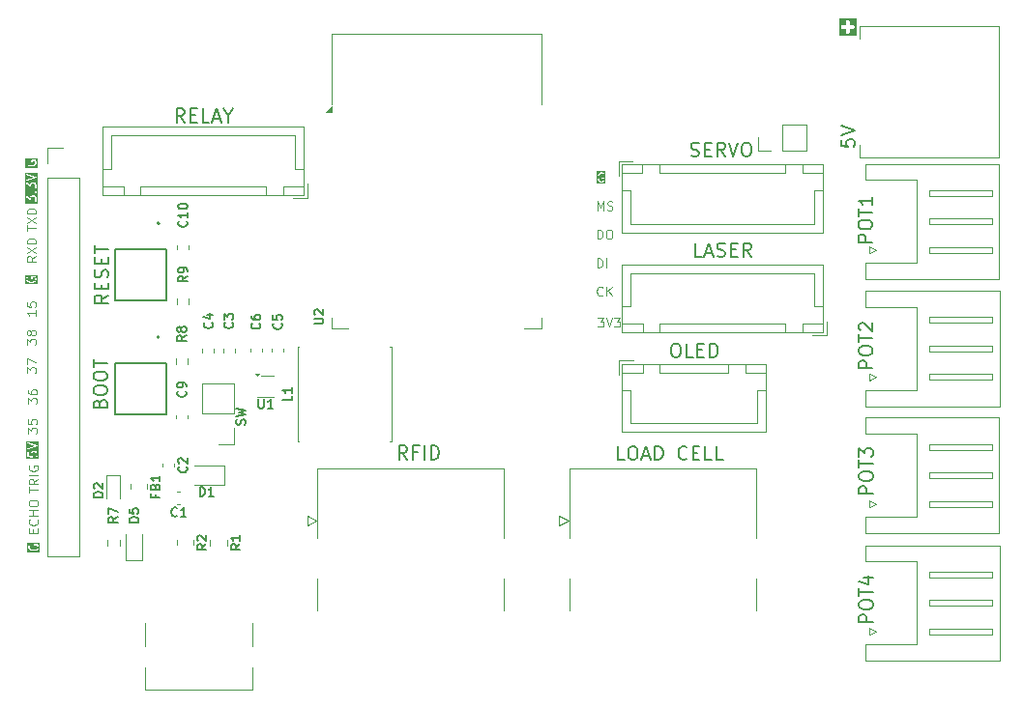
<source format=gbr>
%TF.GenerationSoftware,KiCad,Pcbnew,9.0.5*%
%TF.CreationDate,2026-01-03T21:21:05+05:30*%
%TF.ProjectId,Dietarium,44696574-6172-4697-956d-2e6b69636164,rev?*%
%TF.SameCoordinates,Original*%
%TF.FileFunction,Legend,Top*%
%TF.FilePolarity,Positive*%
%FSLAX46Y46*%
G04 Gerber Fmt 4.6, Leading zero omitted, Abs format (unit mm)*
G04 Created by KiCad (PCBNEW 9.0.5) date 2026-01-03 21:21:05*
%MOMM*%
%LPD*%
G01*
G04 APERTURE LIST*
%ADD10C,0.120000*%
%ADD11C,0.200000*%
%ADD12C,0.150000*%
%ADD13C,0.300000*%
%ADD14C,0.100000*%
G04 APERTURE END LIST*
D10*
G36*
X51845460Y-63620063D02*
G01*
X50747682Y-63620063D01*
X50747682Y-63090221D01*
X50836571Y-63090221D01*
X50836571Y-63204507D01*
X50838447Y-63213940D01*
X50839650Y-63223481D01*
X50877745Y-63337767D01*
X50879233Y-63340377D01*
X50879233Y-63341754D01*
X50884571Y-63349743D01*
X50889338Y-63358105D01*
X50890571Y-63358721D01*
X50892240Y-63361219D01*
X50968430Y-63437409D01*
X50976417Y-63442746D01*
X50984023Y-63448649D01*
X51060215Y-63486744D01*
X51066554Y-63488480D01*
X51072495Y-63491286D01*
X51224876Y-63529383D01*
X51232220Y-63529740D01*
X51239428Y-63531174D01*
X51353714Y-63531174D01*
X51360925Y-63529739D01*
X51368266Y-63529382D01*
X51520647Y-63491286D01*
X51526586Y-63488480D01*
X51532928Y-63486744D01*
X51609118Y-63448649D01*
X51616714Y-63442753D01*
X51624711Y-63437410D01*
X51700902Y-63361219D01*
X51702570Y-63358721D01*
X51703804Y-63358105D01*
X51708570Y-63349743D01*
X51713909Y-63341754D01*
X51713909Y-63340377D01*
X51715397Y-63337767D01*
X51753492Y-63223480D01*
X51754694Y-63213941D01*
X51756571Y-63204507D01*
X51756571Y-63128316D01*
X51754694Y-63118882D01*
X51753492Y-63109342D01*
X51715397Y-62995057D01*
X51713909Y-62992446D01*
X51713909Y-62991070D01*
X51708566Y-62983074D01*
X51703803Y-62974719D01*
X51702571Y-62974103D01*
X51700902Y-62971605D01*
X51662806Y-62933509D01*
X51643341Y-62920502D01*
X51620380Y-62915935D01*
X51353714Y-62915935D01*
X51330753Y-62920502D01*
X51298281Y-62952974D01*
X51293714Y-62975935D01*
X51293714Y-63128316D01*
X51298281Y-63151277D01*
X51330753Y-63183749D01*
X51376675Y-63183749D01*
X51409147Y-63151277D01*
X51413714Y-63128316D01*
X51413714Y-63035935D01*
X51595528Y-63035935D01*
X51606033Y-63046440D01*
X51636571Y-63138053D01*
X51636571Y-63194770D01*
X51606034Y-63286381D01*
X51546744Y-63345670D01*
X51485152Y-63376466D01*
X51346330Y-63411174D01*
X51246812Y-63411174D01*
X51107992Y-63376468D01*
X51046394Y-63345669D01*
X50987108Y-63286383D01*
X50956571Y-63194770D01*
X50956571Y-63104386D01*
X50988332Y-63040864D01*
X50994515Y-63018284D01*
X50979993Y-62974719D01*
X50938919Y-62954182D01*
X50895354Y-62968704D01*
X50881000Y-62987198D01*
X50842905Y-63063388D01*
X50842111Y-63066286D01*
X50841138Y-63067260D01*
X50839261Y-63076692D01*
X50836722Y-63085968D01*
X50837157Y-63087273D01*
X50836571Y-63090221D01*
X50747682Y-63090221D01*
X50747682Y-62827046D01*
X51845460Y-62827046D01*
X51845460Y-63620063D01*
G37*
D11*
X84185705Y-89188940D02*
X83785705Y-88617512D01*
X83499991Y-89188940D02*
X83499991Y-87988940D01*
X83499991Y-87988940D02*
X83957134Y-87988940D01*
X83957134Y-87988940D02*
X84071419Y-88046083D01*
X84071419Y-88046083D02*
X84128562Y-88103226D01*
X84128562Y-88103226D02*
X84185705Y-88217512D01*
X84185705Y-88217512D02*
X84185705Y-88388940D01*
X84185705Y-88388940D02*
X84128562Y-88503226D01*
X84128562Y-88503226D02*
X84071419Y-88560369D01*
X84071419Y-88560369D02*
X83957134Y-88617512D01*
X83957134Y-88617512D02*
X83499991Y-88617512D01*
X85099991Y-88560369D02*
X84699991Y-88560369D01*
X84699991Y-89188940D02*
X84699991Y-87988940D01*
X84699991Y-87988940D02*
X85271419Y-87988940D01*
X85728562Y-89188940D02*
X85728562Y-87988940D01*
X86299991Y-89188940D02*
X86299991Y-87988940D01*
X86299991Y-87988940D02*
X86585705Y-87988940D01*
X86585705Y-87988940D02*
X86757134Y-88046083D01*
X86757134Y-88046083D02*
X86871419Y-88160369D01*
X86871419Y-88160369D02*
X86928562Y-88274655D01*
X86928562Y-88274655D02*
X86985705Y-88503226D01*
X86985705Y-88503226D02*
X86985705Y-88674655D01*
X86985705Y-88674655D02*
X86928562Y-88903226D01*
X86928562Y-88903226D02*
X86871419Y-89017512D01*
X86871419Y-89017512D02*
X86757134Y-89131798D01*
X86757134Y-89131798D02*
X86585705Y-89188940D01*
X86585705Y-89188940D02*
X86299991Y-89188940D01*
D10*
X51469646Y-95629973D02*
X51469646Y-95363307D01*
X51888694Y-95249021D02*
X51888694Y-95629973D01*
X51888694Y-95629973D02*
X51088694Y-95629973D01*
X51088694Y-95629973D02*
X51088694Y-95249021D01*
X51812503Y-94449020D02*
X51850599Y-94487116D01*
X51850599Y-94487116D02*
X51888694Y-94601401D01*
X51888694Y-94601401D02*
X51888694Y-94677592D01*
X51888694Y-94677592D02*
X51850599Y-94791878D01*
X51850599Y-94791878D02*
X51774408Y-94868068D01*
X51774408Y-94868068D02*
X51698218Y-94906163D01*
X51698218Y-94906163D02*
X51545837Y-94944259D01*
X51545837Y-94944259D02*
X51431551Y-94944259D01*
X51431551Y-94944259D02*
X51279170Y-94906163D01*
X51279170Y-94906163D02*
X51202979Y-94868068D01*
X51202979Y-94868068D02*
X51126789Y-94791878D01*
X51126789Y-94791878D02*
X51088694Y-94677592D01*
X51088694Y-94677592D02*
X51088694Y-94601401D01*
X51088694Y-94601401D02*
X51126789Y-94487116D01*
X51126789Y-94487116D02*
X51164884Y-94449020D01*
X51888694Y-94106163D02*
X51088694Y-94106163D01*
X51469646Y-94106163D02*
X51469646Y-93649020D01*
X51888694Y-93649020D02*
X51088694Y-93649020D01*
X51088694Y-93115687D02*
X51088694Y-92963306D01*
X51088694Y-92963306D02*
X51126789Y-92887116D01*
X51126789Y-92887116D02*
X51202979Y-92810925D01*
X51202979Y-92810925D02*
X51355360Y-92772830D01*
X51355360Y-92772830D02*
X51622027Y-92772830D01*
X51622027Y-92772830D02*
X51774408Y-92810925D01*
X51774408Y-92810925D02*
X51850599Y-92887116D01*
X51850599Y-92887116D02*
X51888694Y-92963306D01*
X51888694Y-92963306D02*
X51888694Y-93115687D01*
X51888694Y-93115687D02*
X51850599Y-93191878D01*
X51850599Y-93191878D02*
X51774408Y-93268068D01*
X51774408Y-93268068D02*
X51622027Y-93306164D01*
X51622027Y-93306164D02*
X51355360Y-93306164D01*
X51355360Y-93306164D02*
X51202979Y-93268068D01*
X51202979Y-93268068D02*
X51126789Y-93191878D01*
X51126789Y-93191878D02*
X51088694Y-93115687D01*
G36*
X51944251Y-89110513D02*
G01*
X50846473Y-89110513D01*
X50846473Y-88542874D01*
X50935362Y-88542874D01*
X50935362Y-88923826D01*
X50938216Y-88938178D01*
X50937919Y-88941157D01*
X50939095Y-88942594D01*
X50939929Y-88946787D01*
X50954209Y-88961067D01*
X50966999Y-88976699D01*
X50971087Y-88977945D01*
X50972401Y-88979259D01*
X50975394Y-88979259D01*
X50989392Y-88983528D01*
X51370344Y-89021624D01*
X51393645Y-89019365D01*
X51396102Y-89017355D01*
X51399274Y-89017355D01*
X51413554Y-89003074D01*
X51429187Y-88990285D01*
X51429502Y-88987128D01*
X51431747Y-88984884D01*
X51431747Y-88964688D01*
X51433757Y-88944591D01*
X51431747Y-88942134D01*
X51431747Y-88938961D01*
X51418741Y-88919496D01*
X51387531Y-88888285D01*
X51360124Y-88833471D01*
X51360124Y-88671324D01*
X51387531Y-88616509D01*
X51411854Y-88592186D01*
X51466670Y-88564779D01*
X51628816Y-88564779D01*
X51683630Y-88592186D01*
X51707955Y-88616510D01*
X51735362Y-88671324D01*
X51735362Y-88833471D01*
X51707954Y-88888287D01*
X51676745Y-88919496D01*
X51663738Y-88938961D01*
X51663738Y-88984883D01*
X51696210Y-89017355D01*
X51742132Y-89017355D01*
X51761597Y-89004348D01*
X51799693Y-88966252D01*
X51805032Y-88958260D01*
X51810933Y-88950659D01*
X51849028Y-88874469D01*
X51849821Y-88871570D01*
X51850795Y-88870597D01*
X51852671Y-88861164D01*
X51855211Y-88851889D01*
X51854775Y-88850583D01*
X51855362Y-88847636D01*
X51855362Y-88657160D01*
X51854775Y-88654212D01*
X51855211Y-88652907D01*
X51852671Y-88643633D01*
X51850795Y-88634199D01*
X51849821Y-88633225D01*
X51849028Y-88630328D01*
X51810933Y-88554136D01*
X51805035Y-88546536D01*
X51799693Y-88538542D01*
X51761597Y-88500447D01*
X51753602Y-88495105D01*
X51746004Y-88489208D01*
X51669814Y-88451113D01*
X51666915Y-88450319D01*
X51665942Y-88449346D01*
X51656509Y-88447469D01*
X51647234Y-88444930D01*
X51645928Y-88445365D01*
X51642981Y-88444779D01*
X51452505Y-88444779D01*
X51449557Y-88445365D01*
X51448252Y-88444930D01*
X51438978Y-88447469D01*
X51429544Y-88449346D01*
X51428570Y-88450319D01*
X51425673Y-88451113D01*
X51349481Y-88489208D01*
X51341881Y-88495105D01*
X51333887Y-88500448D01*
X51295793Y-88538543D01*
X51290455Y-88546530D01*
X51284553Y-88554136D01*
X51246458Y-88630327D01*
X51245664Y-88633225D01*
X51244691Y-88634199D01*
X51242814Y-88643631D01*
X51240275Y-88652907D01*
X51240710Y-88654212D01*
X51240124Y-88657160D01*
X51240124Y-88847636D01*
X51240710Y-88850583D01*
X51240275Y-88851889D01*
X51242814Y-88861164D01*
X51244691Y-88870597D01*
X51245664Y-88871570D01*
X51246458Y-88874469D01*
X51253914Y-88889382D01*
X51055362Y-88869527D01*
X51055362Y-88542874D01*
X51050795Y-88519913D01*
X51018323Y-88487441D01*
X50972401Y-88487441D01*
X50939929Y-88519913D01*
X50935362Y-88542874D01*
X50846473Y-88542874D01*
X50846473Y-87747127D01*
X50935513Y-87747127D01*
X50956050Y-87788201D01*
X50976388Y-87799795D01*
X51605625Y-88009539D01*
X50976388Y-88219286D01*
X50956050Y-88230880D01*
X50935513Y-88271954D01*
X50950035Y-88315519D01*
X50991109Y-88336056D01*
X51014336Y-88333128D01*
X51814336Y-88066461D01*
X51834674Y-88054867D01*
X51836678Y-88050857D01*
X51840690Y-88048852D01*
X51846706Y-88030802D01*
X51855211Y-88013793D01*
X51853793Y-88009540D01*
X51855211Y-88005287D01*
X51846704Y-87988273D01*
X51840689Y-87970228D01*
X51836679Y-87968223D01*
X51834674Y-87964213D01*
X51814336Y-87952619D01*
X51014336Y-87685953D01*
X50991109Y-87683025D01*
X50950035Y-87703562D01*
X50935513Y-87747127D01*
X50846473Y-87747127D01*
X50846473Y-87594136D01*
X51944251Y-87594136D01*
X51944251Y-89110513D01*
G37*
D11*
X103220420Y-89226629D02*
X102648992Y-89226629D01*
X102648992Y-89226629D02*
X102648992Y-88026629D01*
X103848992Y-88026629D02*
X104077564Y-88026629D01*
X104077564Y-88026629D02*
X104191849Y-88083772D01*
X104191849Y-88083772D02*
X104306135Y-88198058D01*
X104306135Y-88198058D02*
X104363278Y-88426629D01*
X104363278Y-88426629D02*
X104363278Y-88826629D01*
X104363278Y-88826629D02*
X104306135Y-89055201D01*
X104306135Y-89055201D02*
X104191849Y-89169487D01*
X104191849Y-89169487D02*
X104077564Y-89226629D01*
X104077564Y-89226629D02*
X103848992Y-89226629D01*
X103848992Y-89226629D02*
X103734707Y-89169487D01*
X103734707Y-89169487D02*
X103620421Y-89055201D01*
X103620421Y-89055201D02*
X103563278Y-88826629D01*
X103563278Y-88826629D02*
X103563278Y-88426629D01*
X103563278Y-88426629D02*
X103620421Y-88198058D01*
X103620421Y-88198058D02*
X103734707Y-88083772D01*
X103734707Y-88083772D02*
X103848992Y-88026629D01*
X104820421Y-88883772D02*
X105391850Y-88883772D01*
X104706135Y-89226629D02*
X105106135Y-88026629D01*
X105106135Y-88026629D02*
X105506135Y-89226629D01*
X105906135Y-89226629D02*
X105906135Y-88026629D01*
X105906135Y-88026629D02*
X106191849Y-88026629D01*
X106191849Y-88026629D02*
X106363278Y-88083772D01*
X106363278Y-88083772D02*
X106477563Y-88198058D01*
X106477563Y-88198058D02*
X106534706Y-88312344D01*
X106534706Y-88312344D02*
X106591849Y-88540915D01*
X106591849Y-88540915D02*
X106591849Y-88712344D01*
X106591849Y-88712344D02*
X106534706Y-88940915D01*
X106534706Y-88940915D02*
X106477563Y-89055201D01*
X106477563Y-89055201D02*
X106363278Y-89169487D01*
X106363278Y-89169487D02*
X106191849Y-89226629D01*
X106191849Y-89226629D02*
X105906135Y-89226629D01*
X108706135Y-89112344D02*
X108648992Y-89169487D01*
X108648992Y-89169487D02*
X108477564Y-89226629D01*
X108477564Y-89226629D02*
X108363278Y-89226629D01*
X108363278Y-89226629D02*
X108191849Y-89169487D01*
X108191849Y-89169487D02*
X108077564Y-89055201D01*
X108077564Y-89055201D02*
X108020421Y-88940915D01*
X108020421Y-88940915D02*
X107963278Y-88712344D01*
X107963278Y-88712344D02*
X107963278Y-88540915D01*
X107963278Y-88540915D02*
X108020421Y-88312344D01*
X108020421Y-88312344D02*
X108077564Y-88198058D01*
X108077564Y-88198058D02*
X108191849Y-88083772D01*
X108191849Y-88083772D02*
X108363278Y-88026629D01*
X108363278Y-88026629D02*
X108477564Y-88026629D01*
X108477564Y-88026629D02*
X108648992Y-88083772D01*
X108648992Y-88083772D02*
X108706135Y-88140915D01*
X109220421Y-88598058D02*
X109620421Y-88598058D01*
X109791849Y-89226629D02*
X109220421Y-89226629D01*
X109220421Y-89226629D02*
X109220421Y-88026629D01*
X109220421Y-88026629D02*
X109791849Y-88026629D01*
X110877563Y-89226629D02*
X110306135Y-89226629D01*
X110306135Y-89226629D02*
X110306135Y-88026629D01*
X111848992Y-89226629D02*
X111277564Y-89226629D01*
X111277564Y-89226629D02*
X111277564Y-88026629D01*
D10*
X50896571Y-79109269D02*
X50896571Y-78614031D01*
X50896571Y-78614031D02*
X51201333Y-78880697D01*
X51201333Y-78880697D02*
X51201333Y-78766412D01*
X51201333Y-78766412D02*
X51239428Y-78690221D01*
X51239428Y-78690221D02*
X51277523Y-78652126D01*
X51277523Y-78652126D02*
X51353714Y-78614031D01*
X51353714Y-78614031D02*
X51544190Y-78614031D01*
X51544190Y-78614031D02*
X51620380Y-78652126D01*
X51620380Y-78652126D02*
X51658476Y-78690221D01*
X51658476Y-78690221D02*
X51696571Y-78766412D01*
X51696571Y-78766412D02*
X51696571Y-78994983D01*
X51696571Y-78994983D02*
X51658476Y-79071174D01*
X51658476Y-79071174D02*
X51620380Y-79109269D01*
X51239428Y-78156888D02*
X51201333Y-78233078D01*
X51201333Y-78233078D02*
X51163237Y-78271173D01*
X51163237Y-78271173D02*
X51087047Y-78309269D01*
X51087047Y-78309269D02*
X51048952Y-78309269D01*
X51048952Y-78309269D02*
X50972761Y-78271173D01*
X50972761Y-78271173D02*
X50934666Y-78233078D01*
X50934666Y-78233078D02*
X50896571Y-78156888D01*
X50896571Y-78156888D02*
X50896571Y-78004507D01*
X50896571Y-78004507D02*
X50934666Y-77928316D01*
X50934666Y-77928316D02*
X50972761Y-77890221D01*
X50972761Y-77890221D02*
X51048952Y-77852126D01*
X51048952Y-77852126D02*
X51087047Y-77852126D01*
X51087047Y-77852126D02*
X51163237Y-77890221D01*
X51163237Y-77890221D02*
X51201333Y-77928316D01*
X51201333Y-77928316D02*
X51239428Y-78004507D01*
X51239428Y-78004507D02*
X51239428Y-78156888D01*
X51239428Y-78156888D02*
X51277523Y-78233078D01*
X51277523Y-78233078D02*
X51315618Y-78271173D01*
X51315618Y-78271173D02*
X51391809Y-78309269D01*
X51391809Y-78309269D02*
X51544190Y-78309269D01*
X51544190Y-78309269D02*
X51620380Y-78271173D01*
X51620380Y-78271173D02*
X51658476Y-78233078D01*
X51658476Y-78233078D02*
X51696571Y-78156888D01*
X51696571Y-78156888D02*
X51696571Y-78004507D01*
X51696571Y-78004507D02*
X51658476Y-77928316D01*
X51658476Y-77928316D02*
X51620380Y-77890221D01*
X51620380Y-77890221D02*
X51544190Y-77852126D01*
X51544190Y-77852126D02*
X51391809Y-77852126D01*
X51391809Y-77852126D02*
X51315618Y-77890221D01*
X51315618Y-77890221D02*
X51277523Y-77928316D01*
X51277523Y-77928316D02*
X51239428Y-78004507D01*
G36*
X52045001Y-97315489D02*
G01*
X50947223Y-97315489D01*
X50947223Y-96785647D01*
X51036112Y-96785647D01*
X51036112Y-96899933D01*
X51037988Y-96909366D01*
X51039191Y-96918907D01*
X51077286Y-97033193D01*
X51078774Y-97035803D01*
X51078774Y-97037180D01*
X51084112Y-97045169D01*
X51088879Y-97053531D01*
X51090112Y-97054147D01*
X51091781Y-97056645D01*
X51167971Y-97132835D01*
X51175958Y-97138172D01*
X51183564Y-97144075D01*
X51259756Y-97182170D01*
X51266095Y-97183906D01*
X51272036Y-97186712D01*
X51424417Y-97224809D01*
X51431761Y-97225166D01*
X51438969Y-97226600D01*
X51553255Y-97226600D01*
X51560466Y-97225165D01*
X51567807Y-97224808D01*
X51720188Y-97186712D01*
X51726127Y-97183906D01*
X51732469Y-97182170D01*
X51808659Y-97144075D01*
X51816255Y-97138179D01*
X51824252Y-97132836D01*
X51900443Y-97056645D01*
X51902111Y-97054147D01*
X51903345Y-97053531D01*
X51908111Y-97045169D01*
X51913450Y-97037180D01*
X51913450Y-97035803D01*
X51914938Y-97033193D01*
X51953033Y-96918906D01*
X51954235Y-96909367D01*
X51956112Y-96899933D01*
X51956112Y-96823742D01*
X51954235Y-96814308D01*
X51953033Y-96804768D01*
X51914938Y-96690483D01*
X51913450Y-96687872D01*
X51913450Y-96686496D01*
X51908107Y-96678500D01*
X51903344Y-96670145D01*
X51902112Y-96669529D01*
X51900443Y-96667031D01*
X51862347Y-96628935D01*
X51842882Y-96615928D01*
X51819921Y-96611361D01*
X51553255Y-96611361D01*
X51530294Y-96615928D01*
X51497822Y-96648400D01*
X51493255Y-96671361D01*
X51493255Y-96823742D01*
X51497822Y-96846703D01*
X51530294Y-96879175D01*
X51576216Y-96879175D01*
X51608688Y-96846703D01*
X51613255Y-96823742D01*
X51613255Y-96731361D01*
X51795069Y-96731361D01*
X51805574Y-96741866D01*
X51836112Y-96833479D01*
X51836112Y-96890196D01*
X51805575Y-96981807D01*
X51746285Y-97041096D01*
X51684693Y-97071892D01*
X51545871Y-97106600D01*
X51446353Y-97106600D01*
X51307533Y-97071894D01*
X51245935Y-97041095D01*
X51186649Y-96981809D01*
X51156112Y-96890196D01*
X51156112Y-96799812D01*
X51187873Y-96736290D01*
X51194056Y-96713710D01*
X51179534Y-96670145D01*
X51138460Y-96649608D01*
X51094895Y-96664130D01*
X51080541Y-96682624D01*
X51042446Y-96758814D01*
X51041652Y-96761712D01*
X51040679Y-96762686D01*
X51038802Y-96772118D01*
X51036263Y-96781394D01*
X51036698Y-96782699D01*
X51036112Y-96785647D01*
X50947223Y-96785647D01*
X50947223Y-96522472D01*
X52045001Y-96522472D01*
X52045001Y-97315489D01*
G37*
D11*
X124955071Y-81192294D02*
X123755071Y-81192294D01*
X123755071Y-81192294D02*
X123755071Y-80735151D01*
X123755071Y-80735151D02*
X123812214Y-80620866D01*
X123812214Y-80620866D02*
X123869357Y-80563723D01*
X123869357Y-80563723D02*
X123983643Y-80506580D01*
X123983643Y-80506580D02*
X124155071Y-80506580D01*
X124155071Y-80506580D02*
X124269357Y-80563723D01*
X124269357Y-80563723D02*
X124326500Y-80620866D01*
X124326500Y-80620866D02*
X124383643Y-80735151D01*
X124383643Y-80735151D02*
X124383643Y-81192294D01*
X123755071Y-79763723D02*
X123755071Y-79535151D01*
X123755071Y-79535151D02*
X123812214Y-79420866D01*
X123812214Y-79420866D02*
X123926500Y-79306580D01*
X123926500Y-79306580D02*
X124155071Y-79249437D01*
X124155071Y-79249437D02*
X124555071Y-79249437D01*
X124555071Y-79249437D02*
X124783643Y-79306580D01*
X124783643Y-79306580D02*
X124897929Y-79420866D01*
X124897929Y-79420866D02*
X124955071Y-79535151D01*
X124955071Y-79535151D02*
X124955071Y-79763723D01*
X124955071Y-79763723D02*
X124897929Y-79878009D01*
X124897929Y-79878009D02*
X124783643Y-79992294D01*
X124783643Y-79992294D02*
X124555071Y-80049437D01*
X124555071Y-80049437D02*
X124155071Y-80049437D01*
X124155071Y-80049437D02*
X123926500Y-79992294D01*
X123926500Y-79992294D02*
X123812214Y-79878009D01*
X123812214Y-79878009D02*
X123755071Y-79763723D01*
X123755071Y-78906580D02*
X123755071Y-78220866D01*
X124955071Y-78563723D02*
X123755071Y-78563723D01*
X123869357Y-77878008D02*
X123812214Y-77820865D01*
X123812214Y-77820865D02*
X123755071Y-77706580D01*
X123755071Y-77706580D02*
X123755071Y-77420865D01*
X123755071Y-77420865D02*
X123812214Y-77306580D01*
X123812214Y-77306580D02*
X123869357Y-77249437D01*
X123869357Y-77249437D02*
X123983643Y-77192294D01*
X123983643Y-77192294D02*
X124097929Y-77192294D01*
X124097929Y-77192294D02*
X124269357Y-77249437D01*
X124269357Y-77249437D02*
X124955071Y-77935151D01*
X124955071Y-77935151D02*
X124955071Y-77192294D01*
D10*
G36*
X51845460Y-66753591D02*
G01*
X50747682Y-66753591D01*
X50747682Y-66114031D01*
X50836571Y-66114031D01*
X50836571Y-66609269D01*
X50841138Y-66632230D01*
X50873610Y-66664702D01*
X50919532Y-66664702D01*
X50952004Y-66632230D01*
X50956571Y-66609269D01*
X50956571Y-66246257D01*
X51161823Y-66425852D01*
X51176609Y-66434367D01*
X51178372Y-66436130D01*
X51179670Y-66436130D01*
X51182110Y-66437535D01*
X51203183Y-66436130D01*
X51224294Y-66436130D01*
X51225802Y-66434621D01*
X51227931Y-66434480D01*
X51241840Y-66418584D01*
X51256766Y-66403658D01*
X51257314Y-66400898D01*
X51258171Y-66399920D01*
X51258004Y-66397429D01*
X51261333Y-66380697D01*
X51261333Y-66280576D01*
X51288740Y-66225761D01*
X51313063Y-66201438D01*
X51367879Y-66174031D01*
X51530025Y-66174031D01*
X51584839Y-66201438D01*
X51609164Y-66225762D01*
X51636571Y-66280576D01*
X51636571Y-66480818D01*
X51609164Y-66535632D01*
X51577954Y-66566842D01*
X51564947Y-66586307D01*
X51564947Y-66632229D01*
X51597418Y-66664702D01*
X51643340Y-66664702D01*
X51662806Y-66651696D01*
X51700902Y-66613601D01*
X51706244Y-66605606D01*
X51712142Y-66598007D01*
X51750237Y-66521815D01*
X51751030Y-66518917D01*
X51752004Y-66517944D01*
X51753880Y-66508509D01*
X51756420Y-66499236D01*
X51755984Y-66497930D01*
X51756571Y-66494983D01*
X51756571Y-66266412D01*
X51755984Y-66263464D01*
X51756420Y-66262159D01*
X51753880Y-66252885D01*
X51752004Y-66243451D01*
X51751030Y-66242477D01*
X51750237Y-66239580D01*
X51712142Y-66163388D01*
X51706244Y-66155788D01*
X51700902Y-66147794D01*
X51662806Y-66109699D01*
X51654811Y-66104357D01*
X51647213Y-66098460D01*
X51571023Y-66060365D01*
X51568124Y-66059571D01*
X51567151Y-66058598D01*
X51557718Y-66056721D01*
X51548443Y-66054182D01*
X51547137Y-66054617D01*
X51544190Y-66054031D01*
X51353714Y-66054031D01*
X51350766Y-66054617D01*
X51349461Y-66054182D01*
X51340187Y-66056721D01*
X51330753Y-66058598D01*
X51329779Y-66059571D01*
X51326882Y-66060365D01*
X51250690Y-66098460D01*
X51243090Y-66104357D01*
X51235096Y-66109700D01*
X51197002Y-66147795D01*
X51191664Y-66155782D01*
X51185762Y-66163388D01*
X51147667Y-66239579D01*
X51146873Y-66242477D01*
X51145900Y-66243451D01*
X51144372Y-66251130D01*
X50936081Y-66068876D01*
X50921294Y-66060360D01*
X50919532Y-66058598D01*
X50918234Y-66058598D01*
X50915794Y-66057193D01*
X50894721Y-66058598D01*
X50873610Y-66058598D01*
X50872101Y-66060106D01*
X50869973Y-66060248D01*
X50856064Y-66076144D01*
X50841138Y-66091070D01*
X50840589Y-66093829D01*
X50839733Y-66094808D01*
X50839899Y-66097298D01*
X50836571Y-66114031D01*
X50747682Y-66114031D01*
X50747682Y-65748211D01*
X51564947Y-65748211D01*
X51564947Y-65748212D01*
X51564947Y-65794134D01*
X51577954Y-65813599D01*
X51616050Y-65851695D01*
X51635515Y-65864702D01*
X51635516Y-65864702D01*
X51681438Y-65864702D01*
X51700903Y-65851695D01*
X51738998Y-65813599D01*
X51752004Y-65794134D01*
X51752004Y-65748211D01*
X51738997Y-65728746D01*
X51700902Y-65690652D01*
X51681440Y-65677647D01*
X51681438Y-65677645D01*
X51635515Y-65677645D01*
X51616050Y-65690651D01*
X51577954Y-65728746D01*
X51564947Y-65748211D01*
X50747682Y-65748211D01*
X50747682Y-64971174D01*
X50836571Y-64971174D01*
X50836571Y-65466412D01*
X50841138Y-65489373D01*
X50873610Y-65521845D01*
X50919532Y-65521845D01*
X50952004Y-65489373D01*
X50956571Y-65466412D01*
X50956571Y-65103400D01*
X51161823Y-65282995D01*
X51176609Y-65291510D01*
X51178372Y-65293273D01*
X51179670Y-65293273D01*
X51182110Y-65294678D01*
X51203183Y-65293273D01*
X51224294Y-65293273D01*
X51225802Y-65291764D01*
X51227931Y-65291623D01*
X51241840Y-65275727D01*
X51256766Y-65260801D01*
X51257314Y-65258041D01*
X51258171Y-65257063D01*
X51258004Y-65254572D01*
X51261333Y-65237840D01*
X51261333Y-65137719D01*
X51288740Y-65082904D01*
X51313063Y-65058581D01*
X51367879Y-65031174D01*
X51530025Y-65031174D01*
X51584839Y-65058581D01*
X51609164Y-65082905D01*
X51636571Y-65137719D01*
X51636571Y-65337961D01*
X51609164Y-65392775D01*
X51577954Y-65423985D01*
X51564947Y-65443450D01*
X51564947Y-65489372D01*
X51597418Y-65521845D01*
X51643340Y-65521845D01*
X51662806Y-65508839D01*
X51700902Y-65470744D01*
X51706244Y-65462749D01*
X51712142Y-65455150D01*
X51750237Y-65378958D01*
X51751030Y-65376060D01*
X51752004Y-65375087D01*
X51753880Y-65365652D01*
X51756420Y-65356379D01*
X51755984Y-65355073D01*
X51756571Y-65352126D01*
X51756571Y-65123555D01*
X51755984Y-65120607D01*
X51756420Y-65119302D01*
X51753880Y-65110028D01*
X51752004Y-65100594D01*
X51751030Y-65099620D01*
X51750237Y-65096723D01*
X51712142Y-65020531D01*
X51706244Y-65012931D01*
X51700902Y-65004937D01*
X51662806Y-64966842D01*
X51654811Y-64961500D01*
X51647213Y-64955603D01*
X51571023Y-64917508D01*
X51568124Y-64916714D01*
X51567151Y-64915741D01*
X51557718Y-64913864D01*
X51548443Y-64911325D01*
X51547137Y-64911760D01*
X51544190Y-64911174D01*
X51353714Y-64911174D01*
X51350766Y-64911760D01*
X51349461Y-64911325D01*
X51340187Y-64913864D01*
X51330753Y-64915741D01*
X51329779Y-64916714D01*
X51326882Y-64917508D01*
X51250690Y-64955603D01*
X51243090Y-64961500D01*
X51235096Y-64966843D01*
X51197002Y-65004938D01*
X51191664Y-65012925D01*
X51185762Y-65020531D01*
X51147667Y-65096722D01*
X51146873Y-65099620D01*
X51145900Y-65100594D01*
X51144372Y-65108273D01*
X50936081Y-64926019D01*
X50921294Y-64917503D01*
X50919532Y-64915741D01*
X50918234Y-64915741D01*
X50915794Y-64914336D01*
X50894721Y-64915741D01*
X50873610Y-64915741D01*
X50872101Y-64917249D01*
X50869973Y-64917391D01*
X50856064Y-64933287D01*
X50841138Y-64948213D01*
X50840589Y-64950972D01*
X50839733Y-64951951D01*
X50839899Y-64954441D01*
X50836571Y-64971174D01*
X50747682Y-64971174D01*
X50747682Y-64213522D01*
X50836722Y-64213522D01*
X50857259Y-64254596D01*
X50877597Y-64266190D01*
X51506834Y-64475934D01*
X50877597Y-64685681D01*
X50857259Y-64697275D01*
X50836722Y-64738349D01*
X50851244Y-64781914D01*
X50892318Y-64802451D01*
X50915545Y-64799523D01*
X51715545Y-64532856D01*
X51735883Y-64521262D01*
X51737887Y-64517252D01*
X51741899Y-64515247D01*
X51747915Y-64497197D01*
X51756420Y-64480188D01*
X51755002Y-64475935D01*
X51756420Y-64471682D01*
X51747913Y-64454668D01*
X51741898Y-64436623D01*
X51737888Y-64434618D01*
X51735883Y-64430608D01*
X51715545Y-64419014D01*
X50915545Y-64152348D01*
X50892318Y-64149420D01*
X50851244Y-64169957D01*
X50836722Y-64213522D01*
X50747682Y-64213522D01*
X50747682Y-64060531D01*
X51845460Y-64060531D01*
X51845460Y-66753591D01*
G37*
X51696571Y-71375935D02*
X51315618Y-71642602D01*
X51696571Y-71833078D02*
X50896571Y-71833078D01*
X50896571Y-71833078D02*
X50896571Y-71528316D01*
X50896571Y-71528316D02*
X50934666Y-71452126D01*
X50934666Y-71452126D02*
X50972761Y-71414031D01*
X50972761Y-71414031D02*
X51048952Y-71375935D01*
X51048952Y-71375935D02*
X51163237Y-71375935D01*
X51163237Y-71375935D02*
X51239428Y-71414031D01*
X51239428Y-71414031D02*
X51277523Y-71452126D01*
X51277523Y-71452126D02*
X51315618Y-71528316D01*
X51315618Y-71528316D02*
X51315618Y-71833078D01*
X50896571Y-71109269D02*
X51696571Y-70575935D01*
X50896571Y-70575935D02*
X51696571Y-71109269D01*
X51696571Y-70271173D02*
X50896571Y-70271173D01*
X50896571Y-70271173D02*
X50896571Y-70080697D01*
X50896571Y-70080697D02*
X50934666Y-69966411D01*
X50934666Y-69966411D02*
X51010856Y-69890221D01*
X51010856Y-69890221D02*
X51087047Y-69852126D01*
X51087047Y-69852126D02*
X51239428Y-69814030D01*
X51239428Y-69814030D02*
X51353714Y-69814030D01*
X51353714Y-69814030D02*
X51506095Y-69852126D01*
X51506095Y-69852126D02*
X51582285Y-69890221D01*
X51582285Y-69890221D02*
X51658476Y-69966411D01*
X51658476Y-69966411D02*
X51696571Y-70080697D01*
X51696571Y-70080697D02*
X51696571Y-70271173D01*
X101320541Y-74799115D02*
X101282445Y-74837211D01*
X101282445Y-74837211D02*
X101168160Y-74875306D01*
X101168160Y-74875306D02*
X101091969Y-74875306D01*
X101091969Y-74875306D02*
X100977683Y-74837211D01*
X100977683Y-74837211D02*
X100901493Y-74761020D01*
X100901493Y-74761020D02*
X100863398Y-74684830D01*
X100863398Y-74684830D02*
X100825302Y-74532449D01*
X100825302Y-74532449D02*
X100825302Y-74418163D01*
X100825302Y-74418163D02*
X100863398Y-74265782D01*
X100863398Y-74265782D02*
X100901493Y-74189591D01*
X100901493Y-74189591D02*
X100977683Y-74113401D01*
X100977683Y-74113401D02*
X101091969Y-74075306D01*
X101091969Y-74075306D02*
X101168160Y-74075306D01*
X101168160Y-74075306D02*
X101282445Y-74113401D01*
X101282445Y-74113401D02*
X101320541Y-74151496D01*
X101663398Y-74875306D02*
X101663398Y-74075306D01*
X102120541Y-74875306D02*
X101777683Y-74418163D01*
X102120541Y-74075306D02*
X101663398Y-74532449D01*
D11*
X57314171Y-84282707D02*
X57371314Y-84111279D01*
X57371314Y-84111279D02*
X57428457Y-84054136D01*
X57428457Y-84054136D02*
X57542742Y-83996993D01*
X57542742Y-83996993D02*
X57714171Y-83996993D01*
X57714171Y-83996993D02*
X57828457Y-84054136D01*
X57828457Y-84054136D02*
X57885600Y-84111279D01*
X57885600Y-84111279D02*
X57942742Y-84225564D01*
X57942742Y-84225564D02*
X57942742Y-84682707D01*
X57942742Y-84682707D02*
X56742742Y-84682707D01*
X56742742Y-84682707D02*
X56742742Y-84282707D01*
X56742742Y-84282707D02*
X56799885Y-84168422D01*
X56799885Y-84168422D02*
X56857028Y-84111279D01*
X56857028Y-84111279D02*
X56971314Y-84054136D01*
X56971314Y-84054136D02*
X57085600Y-84054136D01*
X57085600Y-84054136D02*
X57199885Y-84111279D01*
X57199885Y-84111279D02*
X57257028Y-84168422D01*
X57257028Y-84168422D02*
X57314171Y-84282707D01*
X57314171Y-84282707D02*
X57314171Y-84682707D01*
X56742742Y-83254136D02*
X56742742Y-83025564D01*
X56742742Y-83025564D02*
X56799885Y-82911279D01*
X56799885Y-82911279D02*
X56914171Y-82796993D01*
X56914171Y-82796993D02*
X57142742Y-82739850D01*
X57142742Y-82739850D02*
X57542742Y-82739850D01*
X57542742Y-82739850D02*
X57771314Y-82796993D01*
X57771314Y-82796993D02*
X57885600Y-82911279D01*
X57885600Y-82911279D02*
X57942742Y-83025564D01*
X57942742Y-83025564D02*
X57942742Y-83254136D01*
X57942742Y-83254136D02*
X57885600Y-83368422D01*
X57885600Y-83368422D02*
X57771314Y-83482707D01*
X57771314Y-83482707D02*
X57542742Y-83539850D01*
X57542742Y-83539850D02*
X57142742Y-83539850D01*
X57142742Y-83539850D02*
X56914171Y-83482707D01*
X56914171Y-83482707D02*
X56799885Y-83368422D01*
X56799885Y-83368422D02*
X56742742Y-83254136D01*
X56742742Y-81996993D02*
X56742742Y-81768421D01*
X56742742Y-81768421D02*
X56799885Y-81654136D01*
X56799885Y-81654136D02*
X56914171Y-81539850D01*
X56914171Y-81539850D02*
X57142742Y-81482707D01*
X57142742Y-81482707D02*
X57542742Y-81482707D01*
X57542742Y-81482707D02*
X57771314Y-81539850D01*
X57771314Y-81539850D02*
X57885600Y-81654136D01*
X57885600Y-81654136D02*
X57942742Y-81768421D01*
X57942742Y-81768421D02*
X57942742Y-81996993D01*
X57942742Y-81996993D02*
X57885600Y-82111279D01*
X57885600Y-82111279D02*
X57771314Y-82225564D01*
X57771314Y-82225564D02*
X57542742Y-82282707D01*
X57542742Y-82282707D02*
X57142742Y-82282707D01*
X57142742Y-82282707D02*
X56914171Y-82225564D01*
X56914171Y-82225564D02*
X56799885Y-82111279D01*
X56799885Y-82111279D02*
X56742742Y-81996993D01*
X56742742Y-81139850D02*
X56742742Y-80454136D01*
X57942742Y-80796993D02*
X56742742Y-80796993D01*
D12*
X70006200Y-86148935D02*
X70044295Y-86034649D01*
X70044295Y-86034649D02*
X70044295Y-85844173D01*
X70044295Y-85844173D02*
X70006200Y-85767982D01*
X70006200Y-85767982D02*
X69968104Y-85729887D01*
X69968104Y-85729887D02*
X69891914Y-85691792D01*
X69891914Y-85691792D02*
X69815723Y-85691792D01*
X69815723Y-85691792D02*
X69739533Y-85729887D01*
X69739533Y-85729887D02*
X69701438Y-85767982D01*
X69701438Y-85767982D02*
X69663342Y-85844173D01*
X69663342Y-85844173D02*
X69625247Y-85996554D01*
X69625247Y-85996554D02*
X69587152Y-86072744D01*
X69587152Y-86072744D02*
X69549057Y-86110839D01*
X69549057Y-86110839D02*
X69472866Y-86148935D01*
X69472866Y-86148935D02*
X69396676Y-86148935D01*
X69396676Y-86148935D02*
X69320485Y-86110839D01*
X69320485Y-86110839D02*
X69282390Y-86072744D01*
X69282390Y-86072744D02*
X69244295Y-85996554D01*
X69244295Y-85996554D02*
X69244295Y-85806077D01*
X69244295Y-85806077D02*
X69282390Y-85691792D01*
X69244295Y-85425125D02*
X70044295Y-85234649D01*
X70044295Y-85234649D02*
X69472866Y-85082268D01*
X69472866Y-85082268D02*
X70044295Y-84929887D01*
X70044295Y-84929887D02*
X69244295Y-84739411D01*
D10*
G36*
X51845460Y-73820063D02*
G01*
X50747682Y-73820063D01*
X50747682Y-73290221D01*
X50836571Y-73290221D01*
X50836571Y-73404507D01*
X50838447Y-73413940D01*
X50839650Y-73423481D01*
X50877745Y-73537767D01*
X50879233Y-73540377D01*
X50879233Y-73541754D01*
X50884571Y-73549743D01*
X50889338Y-73558105D01*
X50890571Y-73558721D01*
X50892240Y-73561219D01*
X50968430Y-73637409D01*
X50976417Y-73642746D01*
X50984023Y-73648649D01*
X51060215Y-73686744D01*
X51066554Y-73688480D01*
X51072495Y-73691286D01*
X51224876Y-73729383D01*
X51232220Y-73729740D01*
X51239428Y-73731174D01*
X51353714Y-73731174D01*
X51360925Y-73729739D01*
X51368266Y-73729382D01*
X51520647Y-73691286D01*
X51526586Y-73688480D01*
X51532928Y-73686744D01*
X51609118Y-73648649D01*
X51616714Y-73642753D01*
X51624711Y-73637410D01*
X51700902Y-73561219D01*
X51702570Y-73558721D01*
X51703804Y-73558105D01*
X51708570Y-73549743D01*
X51713909Y-73541754D01*
X51713909Y-73540377D01*
X51715397Y-73537767D01*
X51753492Y-73423480D01*
X51754694Y-73413941D01*
X51756571Y-73404507D01*
X51756571Y-73328316D01*
X51754694Y-73318882D01*
X51753492Y-73309342D01*
X51715397Y-73195057D01*
X51713909Y-73192446D01*
X51713909Y-73191070D01*
X51708566Y-73183074D01*
X51703803Y-73174719D01*
X51702571Y-73174103D01*
X51700902Y-73171605D01*
X51662806Y-73133509D01*
X51643341Y-73120502D01*
X51620380Y-73115935D01*
X51353714Y-73115935D01*
X51330753Y-73120502D01*
X51298281Y-73152974D01*
X51293714Y-73175935D01*
X51293714Y-73328316D01*
X51298281Y-73351277D01*
X51330753Y-73383749D01*
X51376675Y-73383749D01*
X51409147Y-73351277D01*
X51413714Y-73328316D01*
X51413714Y-73235935D01*
X51595528Y-73235935D01*
X51606033Y-73246440D01*
X51636571Y-73338053D01*
X51636571Y-73394770D01*
X51606034Y-73486381D01*
X51546744Y-73545670D01*
X51485152Y-73576466D01*
X51346330Y-73611174D01*
X51246812Y-73611174D01*
X51107992Y-73576468D01*
X51046394Y-73545669D01*
X50987108Y-73486383D01*
X50956571Y-73394770D01*
X50956571Y-73304386D01*
X50988332Y-73240864D01*
X50994515Y-73218284D01*
X50979993Y-73174719D01*
X50938919Y-73154182D01*
X50895354Y-73168704D01*
X50881000Y-73187198D01*
X50842905Y-73263388D01*
X50842111Y-73266286D01*
X50841138Y-73267260D01*
X50839261Y-73276692D01*
X50836722Y-73285968D01*
X50837157Y-73287273D01*
X50836571Y-73290221D01*
X50747682Y-73290221D01*
X50747682Y-73027046D01*
X51845460Y-73027046D01*
X51845460Y-73820063D01*
G37*
X100852219Y-69870755D02*
X100852219Y-69070755D01*
X100852219Y-69070755D02*
X101042695Y-69070755D01*
X101042695Y-69070755D02*
X101156981Y-69108850D01*
X101156981Y-69108850D02*
X101233171Y-69185040D01*
X101233171Y-69185040D02*
X101271266Y-69261231D01*
X101271266Y-69261231D02*
X101309362Y-69413612D01*
X101309362Y-69413612D02*
X101309362Y-69527898D01*
X101309362Y-69527898D02*
X101271266Y-69680279D01*
X101271266Y-69680279D02*
X101233171Y-69756469D01*
X101233171Y-69756469D02*
X101156981Y-69832660D01*
X101156981Y-69832660D02*
X101042695Y-69870755D01*
X101042695Y-69870755D02*
X100852219Y-69870755D01*
X101804600Y-69070755D02*
X101956981Y-69070755D01*
X101956981Y-69070755D02*
X102033171Y-69108850D01*
X102033171Y-69108850D02*
X102109362Y-69185040D01*
X102109362Y-69185040D02*
X102147457Y-69337421D01*
X102147457Y-69337421D02*
X102147457Y-69604088D01*
X102147457Y-69604088D02*
X102109362Y-69756469D01*
X102109362Y-69756469D02*
X102033171Y-69832660D01*
X102033171Y-69832660D02*
X101956981Y-69870755D01*
X101956981Y-69870755D02*
X101804600Y-69870755D01*
X101804600Y-69870755D02*
X101728409Y-69832660D01*
X101728409Y-69832660D02*
X101652219Y-69756469D01*
X101652219Y-69756469D02*
X101614123Y-69604088D01*
X101614123Y-69604088D02*
X101614123Y-69337421D01*
X101614123Y-69337421D02*
X101652219Y-69185040D01*
X101652219Y-69185040D02*
X101728409Y-69108850D01*
X101728409Y-69108850D02*
X101804600Y-69070755D01*
D11*
X124900277Y-70155995D02*
X123700277Y-70155995D01*
X123700277Y-70155995D02*
X123700277Y-69698852D01*
X123700277Y-69698852D02*
X123757420Y-69584567D01*
X123757420Y-69584567D02*
X123814563Y-69527424D01*
X123814563Y-69527424D02*
X123928849Y-69470281D01*
X123928849Y-69470281D02*
X124100277Y-69470281D01*
X124100277Y-69470281D02*
X124214563Y-69527424D01*
X124214563Y-69527424D02*
X124271706Y-69584567D01*
X124271706Y-69584567D02*
X124328849Y-69698852D01*
X124328849Y-69698852D02*
X124328849Y-70155995D01*
X123700277Y-68727424D02*
X123700277Y-68498852D01*
X123700277Y-68498852D02*
X123757420Y-68384567D01*
X123757420Y-68384567D02*
X123871706Y-68270281D01*
X123871706Y-68270281D02*
X124100277Y-68213138D01*
X124100277Y-68213138D02*
X124500277Y-68213138D01*
X124500277Y-68213138D02*
X124728849Y-68270281D01*
X124728849Y-68270281D02*
X124843135Y-68384567D01*
X124843135Y-68384567D02*
X124900277Y-68498852D01*
X124900277Y-68498852D02*
X124900277Y-68727424D01*
X124900277Y-68727424D02*
X124843135Y-68841710D01*
X124843135Y-68841710D02*
X124728849Y-68955995D01*
X124728849Y-68955995D02*
X124500277Y-69013138D01*
X124500277Y-69013138D02*
X124100277Y-69013138D01*
X124100277Y-69013138D02*
X123871706Y-68955995D01*
X123871706Y-68955995D02*
X123757420Y-68841710D01*
X123757420Y-68841710D02*
X123700277Y-68727424D01*
X123700277Y-67870281D02*
X123700277Y-67184567D01*
X124900277Y-67527424D02*
X123700277Y-67527424D01*
X124900277Y-66155995D02*
X124900277Y-66841709D01*
X124900277Y-66498852D02*
X123700277Y-66498852D01*
X123700277Y-66498852D02*
X123871706Y-66613138D01*
X123871706Y-66613138D02*
X123985992Y-66727423D01*
X123985992Y-66727423D02*
X124043135Y-66841709D01*
X124976989Y-103468560D02*
X123776989Y-103468560D01*
X123776989Y-103468560D02*
X123776989Y-103011417D01*
X123776989Y-103011417D02*
X123834132Y-102897132D01*
X123834132Y-102897132D02*
X123891275Y-102839989D01*
X123891275Y-102839989D02*
X124005561Y-102782846D01*
X124005561Y-102782846D02*
X124176989Y-102782846D01*
X124176989Y-102782846D02*
X124291275Y-102839989D01*
X124291275Y-102839989D02*
X124348418Y-102897132D01*
X124348418Y-102897132D02*
X124405561Y-103011417D01*
X124405561Y-103011417D02*
X124405561Y-103468560D01*
X123776989Y-102039989D02*
X123776989Y-101811417D01*
X123776989Y-101811417D02*
X123834132Y-101697132D01*
X123834132Y-101697132D02*
X123948418Y-101582846D01*
X123948418Y-101582846D02*
X124176989Y-101525703D01*
X124176989Y-101525703D02*
X124576989Y-101525703D01*
X124576989Y-101525703D02*
X124805561Y-101582846D01*
X124805561Y-101582846D02*
X124919847Y-101697132D01*
X124919847Y-101697132D02*
X124976989Y-101811417D01*
X124976989Y-101811417D02*
X124976989Y-102039989D01*
X124976989Y-102039989D02*
X124919847Y-102154275D01*
X124919847Y-102154275D02*
X124805561Y-102268560D01*
X124805561Y-102268560D02*
X124576989Y-102325703D01*
X124576989Y-102325703D02*
X124176989Y-102325703D01*
X124176989Y-102325703D02*
X123948418Y-102268560D01*
X123948418Y-102268560D02*
X123834132Y-102154275D01*
X123834132Y-102154275D02*
X123776989Y-102039989D01*
X123776989Y-101182846D02*
X123776989Y-100497132D01*
X124976989Y-100839989D02*
X123776989Y-100839989D01*
X124176989Y-99582846D02*
X124976989Y-99582846D01*
X123719847Y-99868560D02*
X124576989Y-100154274D01*
X124576989Y-100154274D02*
X124576989Y-99411417D01*
D10*
X50996571Y-84309269D02*
X50996571Y-83814031D01*
X50996571Y-83814031D02*
X51301333Y-84080697D01*
X51301333Y-84080697D02*
X51301333Y-83966412D01*
X51301333Y-83966412D02*
X51339428Y-83890221D01*
X51339428Y-83890221D02*
X51377523Y-83852126D01*
X51377523Y-83852126D02*
X51453714Y-83814031D01*
X51453714Y-83814031D02*
X51644190Y-83814031D01*
X51644190Y-83814031D02*
X51720380Y-83852126D01*
X51720380Y-83852126D02*
X51758476Y-83890221D01*
X51758476Y-83890221D02*
X51796571Y-83966412D01*
X51796571Y-83966412D02*
X51796571Y-84194983D01*
X51796571Y-84194983D02*
X51758476Y-84271174D01*
X51758476Y-84271174D02*
X51720380Y-84309269D01*
X50996571Y-83128316D02*
X50996571Y-83280697D01*
X50996571Y-83280697D02*
X51034666Y-83356888D01*
X51034666Y-83356888D02*
X51072761Y-83394983D01*
X51072761Y-83394983D02*
X51187047Y-83471173D01*
X51187047Y-83471173D02*
X51339428Y-83509269D01*
X51339428Y-83509269D02*
X51644190Y-83509269D01*
X51644190Y-83509269D02*
X51720380Y-83471173D01*
X51720380Y-83471173D02*
X51758476Y-83433078D01*
X51758476Y-83433078D02*
X51796571Y-83356888D01*
X51796571Y-83356888D02*
X51796571Y-83204507D01*
X51796571Y-83204507D02*
X51758476Y-83128316D01*
X51758476Y-83128316D02*
X51720380Y-83090221D01*
X51720380Y-83090221D02*
X51644190Y-83052126D01*
X51644190Y-83052126D02*
X51453714Y-83052126D01*
X51453714Y-83052126D02*
X51377523Y-83090221D01*
X51377523Y-83090221D02*
X51339428Y-83128316D01*
X51339428Y-83128316D02*
X51301333Y-83204507D01*
X51301333Y-83204507D02*
X51301333Y-83356888D01*
X51301333Y-83356888D02*
X51339428Y-83433078D01*
X51339428Y-83433078D02*
X51377523Y-83471173D01*
X51377523Y-83471173D02*
X51453714Y-83509269D01*
D11*
X124976989Y-92219687D02*
X123776989Y-92219687D01*
X123776989Y-92219687D02*
X123776989Y-91762544D01*
X123776989Y-91762544D02*
X123834132Y-91648259D01*
X123834132Y-91648259D02*
X123891275Y-91591116D01*
X123891275Y-91591116D02*
X124005561Y-91533973D01*
X124005561Y-91533973D02*
X124176989Y-91533973D01*
X124176989Y-91533973D02*
X124291275Y-91591116D01*
X124291275Y-91591116D02*
X124348418Y-91648259D01*
X124348418Y-91648259D02*
X124405561Y-91762544D01*
X124405561Y-91762544D02*
X124405561Y-92219687D01*
X123776989Y-90791116D02*
X123776989Y-90562544D01*
X123776989Y-90562544D02*
X123834132Y-90448259D01*
X123834132Y-90448259D02*
X123948418Y-90333973D01*
X123948418Y-90333973D02*
X124176989Y-90276830D01*
X124176989Y-90276830D02*
X124576989Y-90276830D01*
X124576989Y-90276830D02*
X124805561Y-90333973D01*
X124805561Y-90333973D02*
X124919847Y-90448259D01*
X124919847Y-90448259D02*
X124976989Y-90562544D01*
X124976989Y-90562544D02*
X124976989Y-90791116D01*
X124976989Y-90791116D02*
X124919847Y-90905402D01*
X124919847Y-90905402D02*
X124805561Y-91019687D01*
X124805561Y-91019687D02*
X124576989Y-91076830D01*
X124576989Y-91076830D02*
X124176989Y-91076830D01*
X124176989Y-91076830D02*
X123948418Y-91019687D01*
X123948418Y-91019687D02*
X123834132Y-90905402D01*
X123834132Y-90905402D02*
X123776989Y-90791116D01*
X123776989Y-89933973D02*
X123776989Y-89248259D01*
X124976989Y-89591116D02*
X123776989Y-89591116D01*
X123776989Y-88962544D02*
X123776989Y-88219687D01*
X123776989Y-88219687D02*
X124234132Y-88619687D01*
X124234132Y-88619687D02*
X124234132Y-88448258D01*
X124234132Y-88448258D02*
X124291275Y-88333973D01*
X124291275Y-88333973D02*
X124348418Y-88276830D01*
X124348418Y-88276830D02*
X124462704Y-88219687D01*
X124462704Y-88219687D02*
X124748418Y-88219687D01*
X124748418Y-88219687D02*
X124862704Y-88276830D01*
X124862704Y-88276830D02*
X124919847Y-88333973D01*
X124919847Y-88333973D02*
X124976989Y-88448258D01*
X124976989Y-88448258D02*
X124976989Y-88791115D01*
X124976989Y-88791115D02*
X124919847Y-88905401D01*
X124919847Y-88905401D02*
X124862704Y-88962544D01*
D10*
X100860988Y-72373498D02*
X100860988Y-71573498D01*
X100860988Y-71573498D02*
X101051464Y-71573498D01*
X101051464Y-71573498D02*
X101165750Y-71611593D01*
X101165750Y-71611593D02*
X101241940Y-71687783D01*
X101241940Y-71687783D02*
X101280035Y-71763974D01*
X101280035Y-71763974D02*
X101318131Y-71916355D01*
X101318131Y-71916355D02*
X101318131Y-72030641D01*
X101318131Y-72030641D02*
X101280035Y-72183022D01*
X101280035Y-72183022D02*
X101241940Y-72259212D01*
X101241940Y-72259212D02*
X101165750Y-72335403D01*
X101165750Y-72335403D02*
X101051464Y-72373498D01*
X101051464Y-72373498D02*
X100860988Y-72373498D01*
X101660988Y-72373498D02*
X101660988Y-71573498D01*
X51696571Y-76114031D02*
X51696571Y-76571174D01*
X51696571Y-76342602D02*
X50896571Y-76342602D01*
X50896571Y-76342602D02*
X51010856Y-76418793D01*
X51010856Y-76418793D02*
X51087047Y-76494983D01*
X51087047Y-76494983D02*
X51125142Y-76571174D01*
X50896571Y-75390221D02*
X50896571Y-75771173D01*
X50896571Y-75771173D02*
X51277523Y-75809269D01*
X51277523Y-75809269D02*
X51239428Y-75771173D01*
X51239428Y-75771173D02*
X51201333Y-75694983D01*
X51201333Y-75694983D02*
X51201333Y-75504507D01*
X51201333Y-75504507D02*
X51239428Y-75428316D01*
X51239428Y-75428316D02*
X51277523Y-75390221D01*
X51277523Y-75390221D02*
X51353714Y-75352126D01*
X51353714Y-75352126D02*
X51544190Y-75352126D01*
X51544190Y-75352126D02*
X51620380Y-75390221D01*
X51620380Y-75390221D02*
X51658476Y-75428316D01*
X51658476Y-75428316D02*
X51696571Y-75504507D01*
X51696571Y-75504507D02*
X51696571Y-75694983D01*
X51696571Y-75694983D02*
X51658476Y-75771173D01*
X51658476Y-75771173D02*
X51620380Y-75809269D01*
D11*
X109056413Y-62579265D02*
X109227842Y-62636407D01*
X109227842Y-62636407D02*
X109513556Y-62636407D01*
X109513556Y-62636407D02*
X109627842Y-62579265D01*
X109627842Y-62579265D02*
X109684984Y-62522122D01*
X109684984Y-62522122D02*
X109742127Y-62407836D01*
X109742127Y-62407836D02*
X109742127Y-62293550D01*
X109742127Y-62293550D02*
X109684984Y-62179265D01*
X109684984Y-62179265D02*
X109627842Y-62122122D01*
X109627842Y-62122122D02*
X109513556Y-62064979D01*
X109513556Y-62064979D02*
X109284984Y-62007836D01*
X109284984Y-62007836D02*
X109170699Y-61950693D01*
X109170699Y-61950693D02*
X109113556Y-61893550D01*
X109113556Y-61893550D02*
X109056413Y-61779265D01*
X109056413Y-61779265D02*
X109056413Y-61664979D01*
X109056413Y-61664979D02*
X109113556Y-61550693D01*
X109113556Y-61550693D02*
X109170699Y-61493550D01*
X109170699Y-61493550D02*
X109284984Y-61436407D01*
X109284984Y-61436407D02*
X109570699Y-61436407D01*
X109570699Y-61436407D02*
X109742127Y-61493550D01*
X110256413Y-62007836D02*
X110656413Y-62007836D01*
X110827841Y-62636407D02*
X110256413Y-62636407D01*
X110256413Y-62636407D02*
X110256413Y-61436407D01*
X110256413Y-61436407D02*
X110827841Y-61436407D01*
X112027841Y-62636407D02*
X111627841Y-62064979D01*
X111342127Y-62636407D02*
X111342127Y-61436407D01*
X111342127Y-61436407D02*
X111799270Y-61436407D01*
X111799270Y-61436407D02*
X111913555Y-61493550D01*
X111913555Y-61493550D02*
X111970698Y-61550693D01*
X111970698Y-61550693D02*
X112027841Y-61664979D01*
X112027841Y-61664979D02*
X112027841Y-61836407D01*
X112027841Y-61836407D02*
X111970698Y-61950693D01*
X111970698Y-61950693D02*
X111913555Y-62007836D01*
X111913555Y-62007836D02*
X111799270Y-62064979D01*
X111799270Y-62064979D02*
X111342127Y-62064979D01*
X112370698Y-61436407D02*
X112770698Y-62636407D01*
X112770698Y-62636407D02*
X113170698Y-61436407D01*
X113799269Y-61436407D02*
X114027841Y-61436407D01*
X114027841Y-61436407D02*
X114142126Y-61493550D01*
X114142126Y-61493550D02*
X114256412Y-61607836D01*
X114256412Y-61607836D02*
X114313555Y-61836407D01*
X114313555Y-61836407D02*
X114313555Y-62236407D01*
X114313555Y-62236407D02*
X114256412Y-62464979D01*
X114256412Y-62464979D02*
X114142126Y-62579265D01*
X114142126Y-62579265D02*
X114027841Y-62636407D01*
X114027841Y-62636407D02*
X113799269Y-62636407D01*
X113799269Y-62636407D02*
X113684984Y-62579265D01*
X113684984Y-62579265D02*
X113570698Y-62464979D01*
X113570698Y-62464979D02*
X113513555Y-62236407D01*
X113513555Y-62236407D02*
X113513555Y-61836407D01*
X113513555Y-61836407D02*
X113570698Y-61607836D01*
X113570698Y-61607836D02*
X113684984Y-61493550D01*
X113684984Y-61493550D02*
X113799269Y-61436407D01*
X64703006Y-59642742D02*
X64303006Y-59071314D01*
X64017292Y-59642742D02*
X64017292Y-58442742D01*
X64017292Y-58442742D02*
X64474435Y-58442742D01*
X64474435Y-58442742D02*
X64588720Y-58499885D01*
X64588720Y-58499885D02*
X64645863Y-58557028D01*
X64645863Y-58557028D02*
X64703006Y-58671314D01*
X64703006Y-58671314D02*
X64703006Y-58842742D01*
X64703006Y-58842742D02*
X64645863Y-58957028D01*
X64645863Y-58957028D02*
X64588720Y-59014171D01*
X64588720Y-59014171D02*
X64474435Y-59071314D01*
X64474435Y-59071314D02*
X64017292Y-59071314D01*
X65217292Y-59014171D02*
X65617292Y-59014171D01*
X65788720Y-59642742D02*
X65217292Y-59642742D01*
X65217292Y-59642742D02*
X65217292Y-58442742D01*
X65217292Y-58442742D02*
X65788720Y-58442742D01*
X66874434Y-59642742D02*
X66303006Y-59642742D01*
X66303006Y-59642742D02*
X66303006Y-58442742D01*
X67217292Y-59299885D02*
X67788721Y-59299885D01*
X67103006Y-59642742D02*
X67503006Y-58442742D01*
X67503006Y-58442742D02*
X67903006Y-59642742D01*
X68531577Y-59071314D02*
X68531577Y-59642742D01*
X68131577Y-58442742D02*
X68531577Y-59071314D01*
X68531577Y-59071314D02*
X68931577Y-58442742D01*
D10*
X51089882Y-92086372D02*
X51089882Y-91629229D01*
X51889882Y-91857801D02*
X51089882Y-91857801D01*
X51889882Y-90905419D02*
X51508929Y-91172086D01*
X51889882Y-91362562D02*
X51089882Y-91362562D01*
X51089882Y-91362562D02*
X51089882Y-91057800D01*
X51089882Y-91057800D02*
X51127977Y-90981610D01*
X51127977Y-90981610D02*
X51166072Y-90943515D01*
X51166072Y-90943515D02*
X51242263Y-90905419D01*
X51242263Y-90905419D02*
X51356548Y-90905419D01*
X51356548Y-90905419D02*
X51432739Y-90943515D01*
X51432739Y-90943515D02*
X51470834Y-90981610D01*
X51470834Y-90981610D02*
X51508929Y-91057800D01*
X51508929Y-91057800D02*
X51508929Y-91362562D01*
X51889882Y-90562562D02*
X51089882Y-90562562D01*
X51127977Y-89762563D02*
X51089882Y-89838753D01*
X51089882Y-89838753D02*
X51089882Y-89953039D01*
X51089882Y-89953039D02*
X51127977Y-90067325D01*
X51127977Y-90067325D02*
X51204167Y-90143515D01*
X51204167Y-90143515D02*
X51280358Y-90181610D01*
X51280358Y-90181610D02*
X51432739Y-90219706D01*
X51432739Y-90219706D02*
X51547025Y-90219706D01*
X51547025Y-90219706D02*
X51699406Y-90181610D01*
X51699406Y-90181610D02*
X51775596Y-90143515D01*
X51775596Y-90143515D02*
X51851787Y-90067325D01*
X51851787Y-90067325D02*
X51889882Y-89953039D01*
X51889882Y-89953039D02*
X51889882Y-89876848D01*
X51889882Y-89876848D02*
X51851787Y-89762563D01*
X51851787Y-89762563D02*
X51813691Y-89724467D01*
X51813691Y-89724467D02*
X51547025Y-89724467D01*
X51547025Y-89724467D02*
X51547025Y-89876848D01*
D13*
G36*
X123544486Y-52034660D02*
G01*
X122035964Y-52034660D01*
X122035964Y-51251136D01*
X122185964Y-51251136D01*
X122185964Y-51309664D01*
X122208362Y-51363736D01*
X122249746Y-51405120D01*
X122303818Y-51427518D01*
X122333082Y-51430400D01*
X122640225Y-51430400D01*
X122640225Y-51737542D01*
X122643107Y-51766806D01*
X122665505Y-51820878D01*
X122706889Y-51862262D01*
X122760961Y-51884660D01*
X122819489Y-51884660D01*
X122873561Y-51862262D01*
X122914945Y-51820878D01*
X122937343Y-51766806D01*
X122940225Y-51737542D01*
X122940225Y-51430400D01*
X123247368Y-51430400D01*
X123276632Y-51427518D01*
X123330704Y-51405120D01*
X123372088Y-51363736D01*
X123394486Y-51309664D01*
X123394486Y-51251136D01*
X123372088Y-51197064D01*
X123330704Y-51155680D01*
X123276632Y-51133282D01*
X123247368Y-51130400D01*
X122940225Y-51130400D01*
X122940225Y-50823257D01*
X122937343Y-50793993D01*
X122914945Y-50739921D01*
X122873561Y-50698537D01*
X122819489Y-50676139D01*
X122760961Y-50676139D01*
X122706889Y-50698537D01*
X122665505Y-50739921D01*
X122643107Y-50793993D01*
X122640225Y-50823257D01*
X122640225Y-51130400D01*
X122333082Y-51130400D01*
X122303818Y-51133282D01*
X122249746Y-51155680D01*
X122208362Y-51197064D01*
X122185964Y-51251136D01*
X122035964Y-51251136D01*
X122035964Y-50526139D01*
X123544486Y-50526139D01*
X123544486Y-52034660D01*
G37*
D10*
X100852219Y-67366871D02*
X100852219Y-66566871D01*
X100852219Y-66566871D02*
X101118885Y-67138299D01*
X101118885Y-67138299D02*
X101385552Y-66566871D01*
X101385552Y-66566871D02*
X101385552Y-67366871D01*
X101728409Y-67328776D02*
X101842695Y-67366871D01*
X101842695Y-67366871D02*
X102033171Y-67366871D01*
X102033171Y-67366871D02*
X102109362Y-67328776D01*
X102109362Y-67328776D02*
X102147457Y-67290680D01*
X102147457Y-67290680D02*
X102185552Y-67214490D01*
X102185552Y-67214490D02*
X102185552Y-67138299D01*
X102185552Y-67138299D02*
X102147457Y-67062109D01*
X102147457Y-67062109D02*
X102109362Y-67024014D01*
X102109362Y-67024014D02*
X102033171Y-66985918D01*
X102033171Y-66985918D02*
X101880790Y-66947823D01*
X101880790Y-66947823D02*
X101804600Y-66909728D01*
X101804600Y-66909728D02*
X101766505Y-66871633D01*
X101766505Y-66871633D02*
X101728409Y-66795442D01*
X101728409Y-66795442D02*
X101728409Y-66719252D01*
X101728409Y-66719252D02*
X101766505Y-66643061D01*
X101766505Y-66643061D02*
X101804600Y-66604966D01*
X101804600Y-66604966D02*
X101880790Y-66566871D01*
X101880790Y-66566871D02*
X102071267Y-66566871D01*
X102071267Y-66566871D02*
X102185552Y-66604966D01*
X50896571Y-69147364D02*
X50896571Y-68690221D01*
X51696571Y-68918793D02*
X50896571Y-68918793D01*
X50896571Y-68499745D02*
X51696571Y-67966411D01*
X50896571Y-67966411D02*
X51696571Y-68499745D01*
X51696571Y-67661649D02*
X50896571Y-67661649D01*
X50896571Y-67661649D02*
X50896571Y-67471173D01*
X50896571Y-67471173D02*
X50934666Y-67356887D01*
X50934666Y-67356887D02*
X51010856Y-67280697D01*
X51010856Y-67280697D02*
X51087047Y-67242602D01*
X51087047Y-67242602D02*
X51239428Y-67204506D01*
X51239428Y-67204506D02*
X51353714Y-67204506D01*
X51353714Y-67204506D02*
X51506095Y-67242602D01*
X51506095Y-67242602D02*
X51582285Y-67280697D01*
X51582285Y-67280697D02*
X51658476Y-67356887D01*
X51658476Y-67356887D02*
X51696571Y-67471173D01*
X51696571Y-67471173D02*
X51696571Y-67661649D01*
D11*
X122192742Y-61161279D02*
X122192742Y-61732707D01*
X122192742Y-61732707D02*
X122764171Y-61789850D01*
X122764171Y-61789850D02*
X122707028Y-61732707D01*
X122707028Y-61732707D02*
X122649885Y-61618422D01*
X122649885Y-61618422D02*
X122649885Y-61332707D01*
X122649885Y-61332707D02*
X122707028Y-61218422D01*
X122707028Y-61218422D02*
X122764171Y-61161279D01*
X122764171Y-61161279D02*
X122878457Y-61104136D01*
X122878457Y-61104136D02*
X123164171Y-61104136D01*
X123164171Y-61104136D02*
X123278457Y-61161279D01*
X123278457Y-61161279D02*
X123335600Y-61218422D01*
X123335600Y-61218422D02*
X123392742Y-61332707D01*
X123392742Y-61332707D02*
X123392742Y-61618422D01*
X123392742Y-61618422D02*
X123335600Y-61732707D01*
X123335600Y-61732707D02*
X123278457Y-61789850D01*
X122192742Y-60761279D02*
X123392742Y-60361279D01*
X123392742Y-60361279D02*
X122192742Y-59961279D01*
D10*
X100887809Y-76780395D02*
X101383047Y-76780395D01*
X101383047Y-76780395D02*
X101116381Y-77085157D01*
X101116381Y-77085157D02*
X101230666Y-77085157D01*
X101230666Y-77085157D02*
X101306857Y-77123252D01*
X101306857Y-77123252D02*
X101344952Y-77161347D01*
X101344952Y-77161347D02*
X101383047Y-77237538D01*
X101383047Y-77237538D02*
X101383047Y-77428014D01*
X101383047Y-77428014D02*
X101344952Y-77504204D01*
X101344952Y-77504204D02*
X101306857Y-77542300D01*
X101306857Y-77542300D02*
X101230666Y-77580395D01*
X101230666Y-77580395D02*
X101002095Y-77580395D01*
X101002095Y-77580395D02*
X100925904Y-77542300D01*
X100925904Y-77542300D02*
X100887809Y-77504204D01*
X101611619Y-76780395D02*
X101878286Y-77580395D01*
X101878286Y-77580395D02*
X102144952Y-76780395D01*
X102335428Y-76780395D02*
X102830666Y-76780395D01*
X102830666Y-76780395D02*
X102564000Y-77085157D01*
X102564000Y-77085157D02*
X102678285Y-77085157D01*
X102678285Y-77085157D02*
X102754476Y-77123252D01*
X102754476Y-77123252D02*
X102792571Y-77161347D01*
X102792571Y-77161347D02*
X102830666Y-77237538D01*
X102830666Y-77237538D02*
X102830666Y-77428014D01*
X102830666Y-77428014D02*
X102792571Y-77504204D01*
X102792571Y-77504204D02*
X102754476Y-77542300D01*
X102754476Y-77542300D02*
X102678285Y-77580395D01*
X102678285Y-77580395D02*
X102449714Y-77580395D01*
X102449714Y-77580395D02*
X102373523Y-77542300D01*
X102373523Y-77542300D02*
X102335428Y-77504204D01*
X50896571Y-81609269D02*
X50896571Y-81114031D01*
X50896571Y-81114031D02*
X51201333Y-81380697D01*
X51201333Y-81380697D02*
X51201333Y-81266412D01*
X51201333Y-81266412D02*
X51239428Y-81190221D01*
X51239428Y-81190221D02*
X51277523Y-81152126D01*
X51277523Y-81152126D02*
X51353714Y-81114031D01*
X51353714Y-81114031D02*
X51544190Y-81114031D01*
X51544190Y-81114031D02*
X51620380Y-81152126D01*
X51620380Y-81152126D02*
X51658476Y-81190221D01*
X51658476Y-81190221D02*
X51696571Y-81266412D01*
X51696571Y-81266412D02*
X51696571Y-81494983D01*
X51696571Y-81494983D02*
X51658476Y-81571174D01*
X51658476Y-81571174D02*
X51620380Y-81609269D01*
X50896571Y-80847364D02*
X50896571Y-80314030D01*
X50896571Y-80314030D02*
X51696571Y-80656888D01*
G36*
X101558854Y-65023592D02*
G01*
X100765837Y-65023592D01*
X100765837Y-64417560D01*
X100854726Y-64417560D01*
X100854726Y-64531846D01*
X100856160Y-64539057D01*
X100856518Y-64546398D01*
X100894614Y-64698779D01*
X100897419Y-64704718D01*
X100899156Y-64711060D01*
X100937251Y-64787250D01*
X100943146Y-64794846D01*
X100948490Y-64802843D01*
X101024681Y-64879034D01*
X101027178Y-64880702D01*
X101027795Y-64881936D01*
X101036156Y-64886702D01*
X101044146Y-64892041D01*
X101045523Y-64892041D01*
X101048133Y-64893529D01*
X101162420Y-64931624D01*
X101171958Y-64932826D01*
X101181393Y-64934703D01*
X101257584Y-64934703D01*
X101267017Y-64932826D01*
X101276558Y-64931624D01*
X101390843Y-64893529D01*
X101393453Y-64892041D01*
X101394830Y-64892041D01*
X101402825Y-64886698D01*
X101411181Y-64881935D01*
X101411796Y-64880703D01*
X101414295Y-64879034D01*
X101452391Y-64840938D01*
X101465398Y-64821473D01*
X101469965Y-64798512D01*
X101469965Y-64531846D01*
X101465398Y-64508885D01*
X101432926Y-64476413D01*
X101409965Y-64471846D01*
X101257584Y-64471846D01*
X101234623Y-64476413D01*
X101202151Y-64508885D01*
X101202151Y-64554807D01*
X101234623Y-64587279D01*
X101257584Y-64591846D01*
X101349965Y-64591846D01*
X101349965Y-64773660D01*
X101339459Y-64784165D01*
X101247847Y-64814703D01*
X101191130Y-64814703D01*
X101099518Y-64784166D01*
X101040229Y-64724876D01*
X101009433Y-64663284D01*
X100974726Y-64524461D01*
X100974726Y-64424944D01*
X101009433Y-64286120D01*
X101040229Y-64224527D01*
X101099516Y-64165240D01*
X101191130Y-64134703D01*
X101281514Y-64134703D01*
X101345036Y-64166464D01*
X101367616Y-64172647D01*
X101411181Y-64158125D01*
X101431718Y-64117051D01*
X101417196Y-64073486D01*
X101398702Y-64059132D01*
X101322512Y-64021037D01*
X101319613Y-64020243D01*
X101318640Y-64019270D01*
X101309207Y-64017393D01*
X101299932Y-64014854D01*
X101298626Y-64015289D01*
X101295679Y-64014703D01*
X101181393Y-64014703D01*
X101171958Y-64016579D01*
X101162420Y-64017782D01*
X101048133Y-64055877D01*
X101045523Y-64057365D01*
X101044146Y-64057365D01*
X101036156Y-64062703D01*
X101027795Y-64067470D01*
X101027178Y-64068703D01*
X101024681Y-64070372D01*
X100948491Y-64146562D01*
X100943153Y-64154549D01*
X100937251Y-64162155D01*
X100899156Y-64238346D01*
X100897419Y-64244687D01*
X100894614Y-64250627D01*
X100856518Y-64403008D01*
X100856160Y-64410348D01*
X100854726Y-64417560D01*
X100765837Y-64417560D01*
X100765837Y-63925814D01*
X101558854Y-63925814D01*
X101558854Y-65023592D01*
G37*
D11*
X107626749Y-79026228D02*
X107855321Y-79026228D01*
X107855321Y-79026228D02*
X107969606Y-79083371D01*
X107969606Y-79083371D02*
X108083892Y-79197657D01*
X108083892Y-79197657D02*
X108141035Y-79426228D01*
X108141035Y-79426228D02*
X108141035Y-79826228D01*
X108141035Y-79826228D02*
X108083892Y-80054800D01*
X108083892Y-80054800D02*
X107969606Y-80169086D01*
X107969606Y-80169086D02*
X107855321Y-80226228D01*
X107855321Y-80226228D02*
X107626749Y-80226228D01*
X107626749Y-80226228D02*
X107512464Y-80169086D01*
X107512464Y-80169086D02*
X107398178Y-80054800D01*
X107398178Y-80054800D02*
X107341035Y-79826228D01*
X107341035Y-79826228D02*
X107341035Y-79426228D01*
X107341035Y-79426228D02*
X107398178Y-79197657D01*
X107398178Y-79197657D02*
X107512464Y-79083371D01*
X107512464Y-79083371D02*
X107626749Y-79026228D01*
X109226749Y-80226228D02*
X108655321Y-80226228D01*
X108655321Y-80226228D02*
X108655321Y-79026228D01*
X109626750Y-79597657D02*
X110026750Y-79597657D01*
X110198178Y-80226228D02*
X109626750Y-80226228D01*
X109626750Y-80226228D02*
X109626750Y-79026228D01*
X109626750Y-79026228D02*
X110198178Y-79026228D01*
X110712464Y-80226228D02*
X110712464Y-79026228D01*
X110712464Y-79026228D02*
X110998178Y-79026228D01*
X110998178Y-79026228D02*
X111169607Y-79083371D01*
X111169607Y-79083371D02*
X111283892Y-79197657D01*
X111283892Y-79197657D02*
X111341035Y-79311943D01*
X111341035Y-79311943D02*
X111398178Y-79540514D01*
X111398178Y-79540514D02*
X111398178Y-79711943D01*
X111398178Y-79711943D02*
X111341035Y-79940514D01*
X111341035Y-79940514D02*
X111283892Y-80054800D01*
X111283892Y-80054800D02*
X111169607Y-80169086D01*
X111169607Y-80169086D02*
X110998178Y-80226228D01*
X110998178Y-80226228D02*
X110712464Y-80226228D01*
X109985302Y-71435552D02*
X109413874Y-71435552D01*
X109413874Y-71435552D02*
X109413874Y-70235552D01*
X110328160Y-71092695D02*
X110899589Y-71092695D01*
X110213874Y-71435552D02*
X110613874Y-70235552D01*
X110613874Y-70235552D02*
X111013874Y-71435552D01*
X111356731Y-71378410D02*
X111528160Y-71435552D01*
X111528160Y-71435552D02*
X111813874Y-71435552D01*
X111813874Y-71435552D02*
X111928160Y-71378410D01*
X111928160Y-71378410D02*
X111985302Y-71321267D01*
X111985302Y-71321267D02*
X112042445Y-71206981D01*
X112042445Y-71206981D02*
X112042445Y-71092695D01*
X112042445Y-71092695D02*
X111985302Y-70978410D01*
X111985302Y-70978410D02*
X111928160Y-70921267D01*
X111928160Y-70921267D02*
X111813874Y-70864124D01*
X111813874Y-70864124D02*
X111585302Y-70806981D01*
X111585302Y-70806981D02*
X111471017Y-70749838D01*
X111471017Y-70749838D02*
X111413874Y-70692695D01*
X111413874Y-70692695D02*
X111356731Y-70578410D01*
X111356731Y-70578410D02*
X111356731Y-70464124D01*
X111356731Y-70464124D02*
X111413874Y-70349838D01*
X111413874Y-70349838D02*
X111471017Y-70292695D01*
X111471017Y-70292695D02*
X111585302Y-70235552D01*
X111585302Y-70235552D02*
X111871017Y-70235552D01*
X111871017Y-70235552D02*
X112042445Y-70292695D01*
X112556731Y-70806981D02*
X112956731Y-70806981D01*
X113128159Y-71435552D02*
X112556731Y-71435552D01*
X112556731Y-71435552D02*
X112556731Y-70235552D01*
X112556731Y-70235552D02*
X113128159Y-70235552D01*
X114328159Y-71435552D02*
X113928159Y-70864124D01*
X113642445Y-71435552D02*
X113642445Y-70235552D01*
X113642445Y-70235552D02*
X114099588Y-70235552D01*
X114099588Y-70235552D02*
X114213873Y-70292695D01*
X114213873Y-70292695D02*
X114271016Y-70349838D01*
X114271016Y-70349838D02*
X114328159Y-70464124D01*
X114328159Y-70464124D02*
X114328159Y-70635552D01*
X114328159Y-70635552D02*
X114271016Y-70749838D01*
X114271016Y-70749838D02*
X114213873Y-70806981D01*
X114213873Y-70806981D02*
X114099588Y-70864124D01*
X114099588Y-70864124D02*
X113642445Y-70864124D01*
X58031287Y-74793666D02*
X57459859Y-75193666D01*
X58031287Y-75479380D02*
X56831287Y-75479380D01*
X56831287Y-75479380D02*
X56831287Y-75022237D01*
X56831287Y-75022237D02*
X56888430Y-74907952D01*
X56888430Y-74907952D02*
X56945573Y-74850809D01*
X56945573Y-74850809D02*
X57059859Y-74793666D01*
X57059859Y-74793666D02*
X57231287Y-74793666D01*
X57231287Y-74793666D02*
X57345573Y-74850809D01*
X57345573Y-74850809D02*
X57402716Y-74907952D01*
X57402716Y-74907952D02*
X57459859Y-75022237D01*
X57459859Y-75022237D02*
X57459859Y-75479380D01*
X57402716Y-74279380D02*
X57402716Y-73879380D01*
X58031287Y-73707952D02*
X58031287Y-74279380D01*
X58031287Y-74279380D02*
X56831287Y-74279380D01*
X56831287Y-74279380D02*
X56831287Y-73707952D01*
X57974145Y-73250809D02*
X58031287Y-73079381D01*
X58031287Y-73079381D02*
X58031287Y-72793666D01*
X58031287Y-72793666D02*
X57974145Y-72679381D01*
X57974145Y-72679381D02*
X57917002Y-72622238D01*
X57917002Y-72622238D02*
X57802716Y-72565095D01*
X57802716Y-72565095D02*
X57688430Y-72565095D01*
X57688430Y-72565095D02*
X57574145Y-72622238D01*
X57574145Y-72622238D02*
X57517002Y-72679381D01*
X57517002Y-72679381D02*
X57459859Y-72793666D01*
X57459859Y-72793666D02*
X57402716Y-73022238D01*
X57402716Y-73022238D02*
X57345573Y-73136523D01*
X57345573Y-73136523D02*
X57288430Y-73193666D01*
X57288430Y-73193666D02*
X57174145Y-73250809D01*
X57174145Y-73250809D02*
X57059859Y-73250809D01*
X57059859Y-73250809D02*
X56945573Y-73193666D01*
X56945573Y-73193666D02*
X56888430Y-73136523D01*
X56888430Y-73136523D02*
X56831287Y-73022238D01*
X56831287Y-73022238D02*
X56831287Y-72736523D01*
X56831287Y-72736523D02*
X56888430Y-72565095D01*
X57402716Y-72050809D02*
X57402716Y-71650809D01*
X58031287Y-71479381D02*
X58031287Y-72050809D01*
X58031287Y-72050809D02*
X56831287Y-72050809D01*
X56831287Y-72050809D02*
X56831287Y-71479381D01*
X56831287Y-71136524D02*
X56831287Y-70450810D01*
X58031287Y-70793667D02*
X56831287Y-70793667D01*
D10*
X50996571Y-86909269D02*
X50996571Y-86414031D01*
X50996571Y-86414031D02*
X51301333Y-86680697D01*
X51301333Y-86680697D02*
X51301333Y-86566412D01*
X51301333Y-86566412D02*
X51339428Y-86490221D01*
X51339428Y-86490221D02*
X51377523Y-86452126D01*
X51377523Y-86452126D02*
X51453714Y-86414031D01*
X51453714Y-86414031D02*
X51644190Y-86414031D01*
X51644190Y-86414031D02*
X51720380Y-86452126D01*
X51720380Y-86452126D02*
X51758476Y-86490221D01*
X51758476Y-86490221D02*
X51796571Y-86566412D01*
X51796571Y-86566412D02*
X51796571Y-86794983D01*
X51796571Y-86794983D02*
X51758476Y-86871174D01*
X51758476Y-86871174D02*
X51720380Y-86909269D01*
X50996571Y-85690221D02*
X50996571Y-86071173D01*
X50996571Y-86071173D02*
X51377523Y-86109269D01*
X51377523Y-86109269D02*
X51339428Y-86071173D01*
X51339428Y-86071173D02*
X51301333Y-85994983D01*
X51301333Y-85994983D02*
X51301333Y-85804507D01*
X51301333Y-85804507D02*
X51339428Y-85728316D01*
X51339428Y-85728316D02*
X51377523Y-85690221D01*
X51377523Y-85690221D02*
X51453714Y-85652126D01*
X51453714Y-85652126D02*
X51644190Y-85652126D01*
X51644190Y-85652126D02*
X51720380Y-85690221D01*
X51720380Y-85690221D02*
X51758476Y-85728316D01*
X51758476Y-85728316D02*
X51796571Y-85804507D01*
X51796571Y-85804507D02*
X51796571Y-85994983D01*
X51796571Y-85994983D02*
X51758476Y-86071173D01*
X51758476Y-86071173D02*
X51720380Y-86109269D01*
D12*
X58862295Y-94233332D02*
X58481342Y-94499999D01*
X58862295Y-94690475D02*
X58062295Y-94690475D01*
X58062295Y-94690475D02*
X58062295Y-94385713D01*
X58062295Y-94385713D02*
X58100390Y-94309523D01*
X58100390Y-94309523D02*
X58138485Y-94271428D01*
X58138485Y-94271428D02*
X58214676Y-94233332D01*
X58214676Y-94233332D02*
X58328961Y-94233332D01*
X58328961Y-94233332D02*
X58405152Y-94271428D01*
X58405152Y-94271428D02*
X58443247Y-94309523D01*
X58443247Y-94309523D02*
X58481342Y-94385713D01*
X58481342Y-94385713D02*
X58481342Y-94690475D01*
X58062295Y-93966666D02*
X58062295Y-93433332D01*
X58062295Y-93433332D02*
X58862295Y-93776190D01*
X64786104Y-83208332D02*
X64824200Y-83246428D01*
X64824200Y-83246428D02*
X64862295Y-83360713D01*
X64862295Y-83360713D02*
X64862295Y-83436904D01*
X64862295Y-83436904D02*
X64824200Y-83551190D01*
X64824200Y-83551190D02*
X64748009Y-83627380D01*
X64748009Y-83627380D02*
X64671819Y-83665475D01*
X64671819Y-83665475D02*
X64519438Y-83703571D01*
X64519438Y-83703571D02*
X64405152Y-83703571D01*
X64405152Y-83703571D02*
X64252771Y-83665475D01*
X64252771Y-83665475D02*
X64176580Y-83627380D01*
X64176580Y-83627380D02*
X64100390Y-83551190D01*
X64100390Y-83551190D02*
X64062295Y-83436904D01*
X64062295Y-83436904D02*
X64062295Y-83360713D01*
X64062295Y-83360713D02*
X64100390Y-83246428D01*
X64100390Y-83246428D02*
X64138485Y-83208332D01*
X64862295Y-82827380D02*
X64862295Y-82674999D01*
X64862295Y-82674999D02*
X64824200Y-82598809D01*
X64824200Y-82598809D02*
X64786104Y-82560713D01*
X64786104Y-82560713D02*
X64671819Y-82484523D01*
X64671819Y-82484523D02*
X64519438Y-82446428D01*
X64519438Y-82446428D02*
X64214676Y-82446428D01*
X64214676Y-82446428D02*
X64138485Y-82484523D01*
X64138485Y-82484523D02*
X64100390Y-82522618D01*
X64100390Y-82522618D02*
X64062295Y-82598809D01*
X64062295Y-82598809D02*
X64062295Y-82751190D01*
X64062295Y-82751190D02*
X64100390Y-82827380D01*
X64100390Y-82827380D02*
X64138485Y-82865475D01*
X64138485Y-82865475D02*
X64214676Y-82903571D01*
X64214676Y-82903571D02*
X64405152Y-82903571D01*
X64405152Y-82903571D02*
X64481342Y-82865475D01*
X64481342Y-82865475D02*
X64519438Y-82827380D01*
X64519438Y-82827380D02*
X64557533Y-82751190D01*
X64557533Y-82751190D02*
X64557533Y-82598809D01*
X64557533Y-82598809D02*
X64519438Y-82522618D01*
X64519438Y-82522618D02*
X64481342Y-82484523D01*
X64481342Y-82484523D02*
X64405152Y-82446428D01*
X66059524Y-92412295D02*
X66059524Y-91612295D01*
X66059524Y-91612295D02*
X66250000Y-91612295D01*
X66250000Y-91612295D02*
X66364286Y-91650390D01*
X66364286Y-91650390D02*
X66440476Y-91726580D01*
X66440476Y-91726580D02*
X66478571Y-91802771D01*
X66478571Y-91802771D02*
X66516667Y-91955152D01*
X66516667Y-91955152D02*
X66516667Y-92069438D01*
X66516667Y-92069438D02*
X66478571Y-92221819D01*
X66478571Y-92221819D02*
X66440476Y-92298009D01*
X66440476Y-92298009D02*
X66364286Y-92374200D01*
X66364286Y-92374200D02*
X66250000Y-92412295D01*
X66250000Y-92412295D02*
X66059524Y-92412295D01*
X67278571Y-92412295D02*
X66821428Y-92412295D01*
X67050000Y-92412295D02*
X67050000Y-91612295D01*
X67050000Y-91612295D02*
X66973809Y-91726580D01*
X66973809Y-91726580D02*
X66897619Y-91802771D01*
X66897619Y-91802771D02*
X66821428Y-91840866D01*
X57562295Y-92490475D02*
X56762295Y-92490475D01*
X56762295Y-92490475D02*
X56762295Y-92299999D01*
X56762295Y-92299999D02*
X56800390Y-92185713D01*
X56800390Y-92185713D02*
X56876580Y-92109523D01*
X56876580Y-92109523D02*
X56952771Y-92071428D01*
X56952771Y-92071428D02*
X57105152Y-92033332D01*
X57105152Y-92033332D02*
X57219438Y-92033332D01*
X57219438Y-92033332D02*
X57371819Y-92071428D01*
X57371819Y-92071428D02*
X57448009Y-92109523D01*
X57448009Y-92109523D02*
X57524200Y-92185713D01*
X57524200Y-92185713D02*
X57562295Y-92299999D01*
X57562295Y-92299999D02*
X57562295Y-92490475D01*
X56838485Y-91728571D02*
X56800390Y-91690475D01*
X56800390Y-91690475D02*
X56762295Y-91614285D01*
X56762295Y-91614285D02*
X56762295Y-91423809D01*
X56762295Y-91423809D02*
X56800390Y-91347618D01*
X56800390Y-91347618D02*
X56838485Y-91309523D01*
X56838485Y-91309523D02*
X56914676Y-91271428D01*
X56914676Y-91271428D02*
X56990866Y-91271428D01*
X56990866Y-91271428D02*
X57105152Y-91309523D01*
X57105152Y-91309523D02*
X57562295Y-91766666D01*
X57562295Y-91766666D02*
X57562295Y-91271428D01*
X64886104Y-89833332D02*
X64924200Y-89871428D01*
X64924200Y-89871428D02*
X64962295Y-89985713D01*
X64962295Y-89985713D02*
X64962295Y-90061904D01*
X64962295Y-90061904D02*
X64924200Y-90176190D01*
X64924200Y-90176190D02*
X64848009Y-90252380D01*
X64848009Y-90252380D02*
X64771819Y-90290475D01*
X64771819Y-90290475D02*
X64619438Y-90328571D01*
X64619438Y-90328571D02*
X64505152Y-90328571D01*
X64505152Y-90328571D02*
X64352771Y-90290475D01*
X64352771Y-90290475D02*
X64276580Y-90252380D01*
X64276580Y-90252380D02*
X64200390Y-90176190D01*
X64200390Y-90176190D02*
X64162295Y-90061904D01*
X64162295Y-90061904D02*
X64162295Y-89985713D01*
X64162295Y-89985713D02*
X64200390Y-89871428D01*
X64200390Y-89871428D02*
X64238485Y-89833332D01*
X64238485Y-89528571D02*
X64200390Y-89490475D01*
X64200390Y-89490475D02*
X64162295Y-89414285D01*
X64162295Y-89414285D02*
X64162295Y-89223809D01*
X64162295Y-89223809D02*
X64200390Y-89147618D01*
X64200390Y-89147618D02*
X64238485Y-89109523D01*
X64238485Y-89109523D02*
X64314676Y-89071428D01*
X64314676Y-89071428D02*
X64390866Y-89071428D01*
X64390866Y-89071428D02*
X64505152Y-89109523D01*
X64505152Y-89109523D02*
X64962295Y-89566666D01*
X64962295Y-89566666D02*
X64962295Y-89071428D01*
X71271307Y-77258263D02*
X71309403Y-77296359D01*
X71309403Y-77296359D02*
X71347498Y-77410644D01*
X71347498Y-77410644D02*
X71347498Y-77486835D01*
X71347498Y-77486835D02*
X71309403Y-77601121D01*
X71309403Y-77601121D02*
X71233212Y-77677311D01*
X71233212Y-77677311D02*
X71157022Y-77715406D01*
X71157022Y-77715406D02*
X71004641Y-77753502D01*
X71004641Y-77753502D02*
X70890355Y-77753502D01*
X70890355Y-77753502D02*
X70737974Y-77715406D01*
X70737974Y-77715406D02*
X70661783Y-77677311D01*
X70661783Y-77677311D02*
X70585593Y-77601121D01*
X70585593Y-77601121D02*
X70547498Y-77486835D01*
X70547498Y-77486835D02*
X70547498Y-77410644D01*
X70547498Y-77410644D02*
X70585593Y-77296359D01*
X70585593Y-77296359D02*
X70623688Y-77258263D01*
X70547498Y-76572549D02*
X70547498Y-76724930D01*
X70547498Y-76724930D02*
X70585593Y-76801121D01*
X70585593Y-76801121D02*
X70623688Y-76839216D01*
X70623688Y-76839216D02*
X70737974Y-76915406D01*
X70737974Y-76915406D02*
X70890355Y-76953502D01*
X70890355Y-76953502D02*
X71195117Y-76953502D01*
X71195117Y-76953502D02*
X71271307Y-76915406D01*
X71271307Y-76915406D02*
X71309403Y-76877311D01*
X71309403Y-76877311D02*
X71347498Y-76801121D01*
X71347498Y-76801121D02*
X71347498Y-76648740D01*
X71347498Y-76648740D02*
X71309403Y-76572549D01*
X71309403Y-76572549D02*
X71271307Y-76534454D01*
X71271307Y-76534454D02*
X71195117Y-76496359D01*
X71195117Y-76496359D02*
X71004641Y-76496359D01*
X71004641Y-76496359D02*
X70928450Y-76534454D01*
X70928450Y-76534454D02*
X70890355Y-76572549D01*
X70890355Y-76572549D02*
X70852260Y-76648740D01*
X70852260Y-76648740D02*
X70852260Y-76801121D01*
X70852260Y-76801121D02*
X70890355Y-76877311D01*
X70890355Y-76877311D02*
X70928450Y-76915406D01*
X70928450Y-76915406D02*
X71004641Y-76953502D01*
X60662295Y-94690475D02*
X59862295Y-94690475D01*
X59862295Y-94690475D02*
X59862295Y-94499999D01*
X59862295Y-94499999D02*
X59900390Y-94385713D01*
X59900390Y-94385713D02*
X59976580Y-94309523D01*
X59976580Y-94309523D02*
X60052771Y-94271428D01*
X60052771Y-94271428D02*
X60205152Y-94233332D01*
X60205152Y-94233332D02*
X60319438Y-94233332D01*
X60319438Y-94233332D02*
X60471819Y-94271428D01*
X60471819Y-94271428D02*
X60548009Y-94309523D01*
X60548009Y-94309523D02*
X60624200Y-94385713D01*
X60624200Y-94385713D02*
X60662295Y-94499999D01*
X60662295Y-94499999D02*
X60662295Y-94690475D01*
X59862295Y-93509523D02*
X59862295Y-93890475D01*
X59862295Y-93890475D02*
X60243247Y-93928571D01*
X60243247Y-93928571D02*
X60205152Y-93890475D01*
X60205152Y-93890475D02*
X60167057Y-93814285D01*
X60167057Y-93814285D02*
X60167057Y-93623809D01*
X60167057Y-93623809D02*
X60205152Y-93547618D01*
X60205152Y-93547618D02*
X60243247Y-93509523D01*
X60243247Y-93509523D02*
X60319438Y-93471428D01*
X60319438Y-93471428D02*
X60509914Y-93471428D01*
X60509914Y-93471428D02*
X60586104Y-93509523D01*
X60586104Y-93509523D02*
X60624200Y-93547618D01*
X60624200Y-93547618D02*
X60662295Y-93623809D01*
X60662295Y-93623809D02*
X60662295Y-93814285D01*
X60662295Y-93814285D02*
X60624200Y-93890475D01*
X60624200Y-93890475D02*
X60586104Y-93928571D01*
X73176239Y-77261368D02*
X73214335Y-77299464D01*
X73214335Y-77299464D02*
X73252430Y-77413749D01*
X73252430Y-77413749D02*
X73252430Y-77489940D01*
X73252430Y-77489940D02*
X73214335Y-77604226D01*
X73214335Y-77604226D02*
X73138144Y-77680416D01*
X73138144Y-77680416D02*
X73061954Y-77718511D01*
X73061954Y-77718511D02*
X72909573Y-77756607D01*
X72909573Y-77756607D02*
X72795287Y-77756607D01*
X72795287Y-77756607D02*
X72642906Y-77718511D01*
X72642906Y-77718511D02*
X72566715Y-77680416D01*
X72566715Y-77680416D02*
X72490525Y-77604226D01*
X72490525Y-77604226D02*
X72452430Y-77489940D01*
X72452430Y-77489940D02*
X72452430Y-77413749D01*
X72452430Y-77413749D02*
X72490525Y-77299464D01*
X72490525Y-77299464D02*
X72528620Y-77261368D01*
X72452430Y-76537559D02*
X72452430Y-76918511D01*
X72452430Y-76918511D02*
X72833382Y-76956607D01*
X72833382Y-76956607D02*
X72795287Y-76918511D01*
X72795287Y-76918511D02*
X72757192Y-76842321D01*
X72757192Y-76842321D02*
X72757192Y-76651845D01*
X72757192Y-76651845D02*
X72795287Y-76575654D01*
X72795287Y-76575654D02*
X72833382Y-76537559D01*
X72833382Y-76537559D02*
X72909573Y-76499464D01*
X72909573Y-76499464D02*
X73100049Y-76499464D01*
X73100049Y-76499464D02*
X73176239Y-76537559D01*
X73176239Y-76537559D02*
X73214335Y-76575654D01*
X73214335Y-76575654D02*
X73252430Y-76651845D01*
X73252430Y-76651845D02*
X73252430Y-76842321D01*
X73252430Y-76842321D02*
X73214335Y-76918511D01*
X73214335Y-76918511D02*
X73176239Y-76956607D01*
X64862295Y-78333332D02*
X64481342Y-78599999D01*
X64862295Y-78790475D02*
X64062295Y-78790475D01*
X64062295Y-78790475D02*
X64062295Y-78485713D01*
X64062295Y-78485713D02*
X64100390Y-78409523D01*
X64100390Y-78409523D02*
X64138485Y-78371428D01*
X64138485Y-78371428D02*
X64214676Y-78333332D01*
X64214676Y-78333332D02*
X64328961Y-78333332D01*
X64328961Y-78333332D02*
X64405152Y-78371428D01*
X64405152Y-78371428D02*
X64443247Y-78409523D01*
X64443247Y-78409523D02*
X64481342Y-78485713D01*
X64481342Y-78485713D02*
X64481342Y-78790475D01*
X64405152Y-77876190D02*
X64367057Y-77952380D01*
X64367057Y-77952380D02*
X64328961Y-77990475D01*
X64328961Y-77990475D02*
X64252771Y-78028571D01*
X64252771Y-78028571D02*
X64214676Y-78028571D01*
X64214676Y-78028571D02*
X64138485Y-77990475D01*
X64138485Y-77990475D02*
X64100390Y-77952380D01*
X64100390Y-77952380D02*
X64062295Y-77876190D01*
X64062295Y-77876190D02*
X64062295Y-77723809D01*
X64062295Y-77723809D02*
X64100390Y-77647618D01*
X64100390Y-77647618D02*
X64138485Y-77609523D01*
X64138485Y-77609523D02*
X64214676Y-77571428D01*
X64214676Y-77571428D02*
X64252771Y-77571428D01*
X64252771Y-77571428D02*
X64328961Y-77609523D01*
X64328961Y-77609523D02*
X64367057Y-77647618D01*
X64367057Y-77647618D02*
X64405152Y-77723809D01*
X64405152Y-77723809D02*
X64405152Y-77876190D01*
X64405152Y-77876190D02*
X64443247Y-77952380D01*
X64443247Y-77952380D02*
X64481342Y-77990475D01*
X64481342Y-77990475D02*
X64557533Y-78028571D01*
X64557533Y-78028571D02*
X64709914Y-78028571D01*
X64709914Y-78028571D02*
X64786104Y-77990475D01*
X64786104Y-77990475D02*
X64824200Y-77952380D01*
X64824200Y-77952380D02*
X64862295Y-77876190D01*
X64862295Y-77876190D02*
X64862295Y-77723809D01*
X64862295Y-77723809D02*
X64824200Y-77647618D01*
X64824200Y-77647618D02*
X64786104Y-77609523D01*
X64786104Y-77609523D02*
X64709914Y-77571428D01*
X64709914Y-77571428D02*
X64557533Y-77571428D01*
X64557533Y-77571428D02*
X64481342Y-77609523D01*
X64481342Y-77609523D02*
X64443247Y-77647618D01*
X64443247Y-77647618D02*
X64405152Y-77723809D01*
X64066667Y-94136104D02*
X64028571Y-94174200D01*
X64028571Y-94174200D02*
X63914286Y-94212295D01*
X63914286Y-94212295D02*
X63838095Y-94212295D01*
X63838095Y-94212295D02*
X63723809Y-94174200D01*
X63723809Y-94174200D02*
X63647619Y-94098009D01*
X63647619Y-94098009D02*
X63609524Y-94021819D01*
X63609524Y-94021819D02*
X63571428Y-93869438D01*
X63571428Y-93869438D02*
X63571428Y-93755152D01*
X63571428Y-93755152D02*
X63609524Y-93602771D01*
X63609524Y-93602771D02*
X63647619Y-93526580D01*
X63647619Y-93526580D02*
X63723809Y-93450390D01*
X63723809Y-93450390D02*
X63838095Y-93412295D01*
X63838095Y-93412295D02*
X63914286Y-93412295D01*
X63914286Y-93412295D02*
X64028571Y-93450390D01*
X64028571Y-93450390D02*
X64066667Y-93488485D01*
X64828571Y-94212295D02*
X64371428Y-94212295D01*
X64600000Y-94212295D02*
X64600000Y-93412295D01*
X64600000Y-93412295D02*
X64523809Y-93526580D01*
X64523809Y-93526580D02*
X64447619Y-93602771D01*
X64447619Y-93602771D02*
X64371428Y-93640866D01*
X64962295Y-73133332D02*
X64581342Y-73399999D01*
X64962295Y-73590475D02*
X64162295Y-73590475D01*
X64162295Y-73590475D02*
X64162295Y-73285713D01*
X64162295Y-73285713D02*
X64200390Y-73209523D01*
X64200390Y-73209523D02*
X64238485Y-73171428D01*
X64238485Y-73171428D02*
X64314676Y-73133332D01*
X64314676Y-73133332D02*
X64428961Y-73133332D01*
X64428961Y-73133332D02*
X64505152Y-73171428D01*
X64505152Y-73171428D02*
X64543247Y-73209523D01*
X64543247Y-73209523D02*
X64581342Y-73285713D01*
X64581342Y-73285713D02*
X64581342Y-73590475D01*
X64962295Y-72752380D02*
X64962295Y-72599999D01*
X64962295Y-72599999D02*
X64924200Y-72523809D01*
X64924200Y-72523809D02*
X64886104Y-72485713D01*
X64886104Y-72485713D02*
X64771819Y-72409523D01*
X64771819Y-72409523D02*
X64619438Y-72371428D01*
X64619438Y-72371428D02*
X64314676Y-72371428D01*
X64314676Y-72371428D02*
X64238485Y-72409523D01*
X64238485Y-72409523D02*
X64200390Y-72447618D01*
X64200390Y-72447618D02*
X64162295Y-72523809D01*
X64162295Y-72523809D02*
X64162295Y-72676190D01*
X64162295Y-72676190D02*
X64200390Y-72752380D01*
X64200390Y-72752380D02*
X64238485Y-72790475D01*
X64238485Y-72790475D02*
X64314676Y-72828571D01*
X64314676Y-72828571D02*
X64505152Y-72828571D01*
X64505152Y-72828571D02*
X64581342Y-72790475D01*
X64581342Y-72790475D02*
X64619438Y-72752380D01*
X64619438Y-72752380D02*
X64657533Y-72676190D01*
X64657533Y-72676190D02*
X64657533Y-72523809D01*
X64657533Y-72523809D02*
X64619438Y-72447618D01*
X64619438Y-72447618D02*
X64581342Y-72409523D01*
X64581342Y-72409523D02*
X64505152Y-72371428D01*
X68897846Y-77180958D02*
X68935942Y-77219054D01*
X68935942Y-77219054D02*
X68974037Y-77333339D01*
X68974037Y-77333339D02*
X68974037Y-77409530D01*
X68974037Y-77409530D02*
X68935942Y-77523816D01*
X68935942Y-77523816D02*
X68859751Y-77600006D01*
X68859751Y-77600006D02*
X68783561Y-77638101D01*
X68783561Y-77638101D02*
X68631180Y-77676197D01*
X68631180Y-77676197D02*
X68516894Y-77676197D01*
X68516894Y-77676197D02*
X68364513Y-77638101D01*
X68364513Y-77638101D02*
X68288322Y-77600006D01*
X68288322Y-77600006D02*
X68212132Y-77523816D01*
X68212132Y-77523816D02*
X68174037Y-77409530D01*
X68174037Y-77409530D02*
X68174037Y-77333339D01*
X68174037Y-77333339D02*
X68212132Y-77219054D01*
X68212132Y-77219054D02*
X68250227Y-77180958D01*
X68174037Y-76914292D02*
X68174037Y-76419054D01*
X68174037Y-76419054D02*
X68478799Y-76685720D01*
X68478799Y-76685720D02*
X68478799Y-76571435D01*
X68478799Y-76571435D02*
X68516894Y-76495244D01*
X68516894Y-76495244D02*
X68554989Y-76457149D01*
X68554989Y-76457149D02*
X68631180Y-76419054D01*
X68631180Y-76419054D02*
X68821656Y-76419054D01*
X68821656Y-76419054D02*
X68897846Y-76457149D01*
X68897846Y-76457149D02*
X68935942Y-76495244D01*
X68935942Y-76495244D02*
X68974037Y-76571435D01*
X68974037Y-76571435D02*
X68974037Y-76800006D01*
X68974037Y-76800006D02*
X68935942Y-76876197D01*
X68935942Y-76876197D02*
X68897846Y-76914292D01*
X66599588Y-96627644D02*
X66218635Y-96894311D01*
X66599588Y-97084787D02*
X65799588Y-97084787D01*
X65799588Y-97084787D02*
X65799588Y-96780025D01*
X65799588Y-96780025D02*
X65837683Y-96703835D01*
X65837683Y-96703835D02*
X65875778Y-96665740D01*
X65875778Y-96665740D02*
X65951969Y-96627644D01*
X65951969Y-96627644D02*
X66066254Y-96627644D01*
X66066254Y-96627644D02*
X66142445Y-96665740D01*
X66142445Y-96665740D02*
X66180540Y-96703835D01*
X66180540Y-96703835D02*
X66218635Y-96780025D01*
X66218635Y-96780025D02*
X66218635Y-97084787D01*
X65875778Y-96322883D02*
X65837683Y-96284787D01*
X65837683Y-96284787D02*
X65799588Y-96208597D01*
X65799588Y-96208597D02*
X65799588Y-96018121D01*
X65799588Y-96018121D02*
X65837683Y-95941930D01*
X65837683Y-95941930D02*
X65875778Y-95903835D01*
X65875778Y-95903835D02*
X65951969Y-95865740D01*
X65951969Y-95865740D02*
X66028159Y-95865740D01*
X66028159Y-95865740D02*
X66142445Y-95903835D01*
X66142445Y-95903835D02*
X66599588Y-96360978D01*
X66599588Y-96360978D02*
X66599588Y-95865740D01*
X71190476Y-83912295D02*
X71190476Y-84559914D01*
X71190476Y-84559914D02*
X71228571Y-84636104D01*
X71228571Y-84636104D02*
X71266666Y-84674200D01*
X71266666Y-84674200D02*
X71342857Y-84712295D01*
X71342857Y-84712295D02*
X71495238Y-84712295D01*
X71495238Y-84712295D02*
X71571428Y-84674200D01*
X71571428Y-84674200D02*
X71609523Y-84636104D01*
X71609523Y-84636104D02*
X71647619Y-84559914D01*
X71647619Y-84559914D02*
X71647619Y-83912295D01*
X72447618Y-84712295D02*
X71990475Y-84712295D01*
X72219047Y-84712295D02*
X72219047Y-83912295D01*
X72219047Y-83912295D02*
X72142856Y-84026580D01*
X72142856Y-84026580D02*
X72066666Y-84102771D01*
X72066666Y-84102771D02*
X71990475Y-84140866D01*
X69556791Y-96633332D02*
X69175838Y-96899999D01*
X69556791Y-97090475D02*
X68756791Y-97090475D01*
X68756791Y-97090475D02*
X68756791Y-96785713D01*
X68756791Y-96785713D02*
X68794886Y-96709523D01*
X68794886Y-96709523D02*
X68832981Y-96671428D01*
X68832981Y-96671428D02*
X68909172Y-96633332D01*
X68909172Y-96633332D02*
X69023457Y-96633332D01*
X69023457Y-96633332D02*
X69099648Y-96671428D01*
X69099648Y-96671428D02*
X69137743Y-96709523D01*
X69137743Y-96709523D02*
X69175838Y-96785713D01*
X69175838Y-96785713D02*
X69175838Y-97090475D01*
X69556791Y-95871428D02*
X69556791Y-96328571D01*
X69556791Y-96099999D02*
X68756791Y-96099999D01*
X68756791Y-96099999D02*
X68871076Y-96176190D01*
X68871076Y-96176190D02*
X68947267Y-96252380D01*
X68947267Y-96252380D02*
X68985362Y-96328571D01*
X67097846Y-77180958D02*
X67135942Y-77219054D01*
X67135942Y-77219054D02*
X67174037Y-77333339D01*
X67174037Y-77333339D02*
X67174037Y-77409530D01*
X67174037Y-77409530D02*
X67135942Y-77523816D01*
X67135942Y-77523816D02*
X67059751Y-77600006D01*
X67059751Y-77600006D02*
X66983561Y-77638101D01*
X66983561Y-77638101D02*
X66831180Y-77676197D01*
X66831180Y-77676197D02*
X66716894Y-77676197D01*
X66716894Y-77676197D02*
X66564513Y-77638101D01*
X66564513Y-77638101D02*
X66488322Y-77600006D01*
X66488322Y-77600006D02*
X66412132Y-77523816D01*
X66412132Y-77523816D02*
X66374037Y-77409530D01*
X66374037Y-77409530D02*
X66374037Y-77333339D01*
X66374037Y-77333339D02*
X66412132Y-77219054D01*
X66412132Y-77219054D02*
X66450227Y-77180958D01*
X66640703Y-76495244D02*
X67174037Y-76495244D01*
X66335942Y-76685720D02*
X66907370Y-76876197D01*
X66907370Y-76876197D02*
X66907370Y-76380958D01*
X74111344Y-83601465D02*
X74111344Y-83982417D01*
X74111344Y-83982417D02*
X73311344Y-83982417D01*
X74111344Y-82915751D02*
X74111344Y-83372894D01*
X74111344Y-83144322D02*
X73311344Y-83144322D01*
X73311344Y-83144322D02*
X73425629Y-83220513D01*
X73425629Y-83220513D02*
X73501820Y-83296703D01*
X73501820Y-83296703D02*
X73539915Y-83372894D01*
X64886104Y-68314285D02*
X64924200Y-68352381D01*
X64924200Y-68352381D02*
X64962295Y-68466666D01*
X64962295Y-68466666D02*
X64962295Y-68542857D01*
X64962295Y-68542857D02*
X64924200Y-68657143D01*
X64924200Y-68657143D02*
X64848009Y-68733333D01*
X64848009Y-68733333D02*
X64771819Y-68771428D01*
X64771819Y-68771428D02*
X64619438Y-68809524D01*
X64619438Y-68809524D02*
X64505152Y-68809524D01*
X64505152Y-68809524D02*
X64352771Y-68771428D01*
X64352771Y-68771428D02*
X64276580Y-68733333D01*
X64276580Y-68733333D02*
X64200390Y-68657143D01*
X64200390Y-68657143D02*
X64162295Y-68542857D01*
X64162295Y-68542857D02*
X64162295Y-68466666D01*
X64162295Y-68466666D02*
X64200390Y-68352381D01*
X64200390Y-68352381D02*
X64238485Y-68314285D01*
X64962295Y-67552381D02*
X64962295Y-68009524D01*
X64962295Y-67780952D02*
X64162295Y-67780952D01*
X64162295Y-67780952D02*
X64276580Y-67857143D01*
X64276580Y-67857143D02*
X64352771Y-67933333D01*
X64352771Y-67933333D02*
X64390866Y-68009524D01*
X64162295Y-67057142D02*
X64162295Y-66980952D01*
X64162295Y-66980952D02*
X64200390Y-66904761D01*
X64200390Y-66904761D02*
X64238485Y-66866666D01*
X64238485Y-66866666D02*
X64314676Y-66828571D01*
X64314676Y-66828571D02*
X64467057Y-66790476D01*
X64467057Y-66790476D02*
X64657533Y-66790476D01*
X64657533Y-66790476D02*
X64809914Y-66828571D01*
X64809914Y-66828571D02*
X64886104Y-66866666D01*
X64886104Y-66866666D02*
X64924200Y-66904761D01*
X64924200Y-66904761D02*
X64962295Y-66980952D01*
X64962295Y-66980952D02*
X64962295Y-67057142D01*
X64962295Y-67057142D02*
X64924200Y-67133333D01*
X64924200Y-67133333D02*
X64886104Y-67171428D01*
X64886104Y-67171428D02*
X64809914Y-67209523D01*
X64809914Y-67209523D02*
X64657533Y-67247619D01*
X64657533Y-67247619D02*
X64467057Y-67247619D01*
X64467057Y-67247619D02*
X64314676Y-67209523D01*
X64314676Y-67209523D02*
X64238485Y-67171428D01*
X64238485Y-67171428D02*
X64200390Y-67133333D01*
X64200390Y-67133333D02*
X64162295Y-67057142D01*
X62143247Y-92266666D02*
X62143247Y-92533332D01*
X62562295Y-92533332D02*
X61762295Y-92533332D01*
X61762295Y-92533332D02*
X61762295Y-92152380D01*
X62143247Y-91580952D02*
X62181342Y-91466666D01*
X62181342Y-91466666D02*
X62219438Y-91428571D01*
X62219438Y-91428571D02*
X62295628Y-91390475D01*
X62295628Y-91390475D02*
X62409914Y-91390475D01*
X62409914Y-91390475D02*
X62486104Y-91428571D01*
X62486104Y-91428571D02*
X62524200Y-91466666D01*
X62524200Y-91466666D02*
X62562295Y-91542856D01*
X62562295Y-91542856D02*
X62562295Y-91847618D01*
X62562295Y-91847618D02*
X61762295Y-91847618D01*
X61762295Y-91847618D02*
X61762295Y-91580952D01*
X61762295Y-91580952D02*
X61800390Y-91504761D01*
X61800390Y-91504761D02*
X61838485Y-91466666D01*
X61838485Y-91466666D02*
X61914676Y-91428571D01*
X61914676Y-91428571D02*
X61990866Y-91428571D01*
X61990866Y-91428571D02*
X62067057Y-91466666D01*
X62067057Y-91466666D02*
X62105152Y-91504761D01*
X62105152Y-91504761D02*
X62143247Y-91580952D01*
X62143247Y-91580952D02*
X62143247Y-91847618D01*
X62562295Y-90628571D02*
X62562295Y-91085714D01*
X62562295Y-90857142D02*
X61762295Y-90857142D01*
X61762295Y-90857142D02*
X61876580Y-90933333D01*
X61876580Y-90933333D02*
X61952771Y-91009523D01*
X61952771Y-91009523D02*
X61990866Y-91085714D01*
X76061025Y-77301726D02*
X76708644Y-77301726D01*
X76708644Y-77301726D02*
X76784834Y-77263631D01*
X76784834Y-77263631D02*
X76822930Y-77225536D01*
X76822930Y-77225536D02*
X76861025Y-77149345D01*
X76861025Y-77149345D02*
X76861025Y-76996964D01*
X76861025Y-76996964D02*
X76822930Y-76920774D01*
X76822930Y-76920774D02*
X76784834Y-76882679D01*
X76784834Y-76882679D02*
X76708644Y-76844583D01*
X76708644Y-76844583D02*
X76061025Y-76844583D01*
X76137215Y-76501727D02*
X76099120Y-76463631D01*
X76099120Y-76463631D02*
X76061025Y-76387441D01*
X76061025Y-76387441D02*
X76061025Y-76196965D01*
X76061025Y-76196965D02*
X76099120Y-76120774D01*
X76099120Y-76120774D02*
X76137215Y-76082679D01*
X76137215Y-76082679D02*
X76213406Y-76044584D01*
X76213406Y-76044584D02*
X76289596Y-76044584D01*
X76289596Y-76044584D02*
X76403882Y-76082679D01*
X76403882Y-76082679D02*
X76861025Y-76539822D01*
X76861025Y-76539822D02*
X76861025Y-76044584D01*
D14*
%TO.C,J11*%
X123798550Y-62745455D02*
X135998550Y-62745455D01*
X123798550Y-62745455D02*
X123798550Y-61625455D01*
X135998550Y-62745455D02*
X135998550Y-51185455D01*
X123798550Y-51185455D02*
X123798550Y-52305455D01*
X135998550Y-51185455D02*
X123798550Y-51185455D01*
D10*
%TO.C,R7*%
X57973919Y-96739926D02*
X57973919Y-96230478D01*
X59018919Y-96739926D02*
X59018919Y-96230478D01*
%TO.C,J5*%
X57537051Y-60035343D02*
X57537051Y-66005343D01*
X57537051Y-66005343D02*
X75157051Y-66005343D01*
X57547051Y-63745343D02*
X58297051Y-63745343D01*
X57547051Y-65245343D02*
X57547051Y-65995343D01*
X57547051Y-65995343D02*
X59347051Y-65995343D01*
X58297051Y-60795343D02*
X66347051Y-60795343D01*
X58297051Y-63745343D02*
X58297051Y-60795343D01*
X59347051Y-65245343D02*
X57547051Y-65245343D01*
X59347051Y-65995343D02*
X59347051Y-65245343D01*
X60847051Y-65245343D02*
X60847051Y-65995343D01*
X60847051Y-65995343D02*
X71847051Y-65995343D01*
X71847051Y-65245343D02*
X60847051Y-65245343D01*
X71847051Y-65995343D02*
X71847051Y-65245343D01*
X73347051Y-65245343D02*
X73347051Y-65995343D01*
X73347051Y-65995343D02*
X75147051Y-65995343D01*
X74197051Y-66295343D02*
X75447051Y-66295343D01*
X74397051Y-60795343D02*
X66347051Y-60795343D01*
X74397051Y-63745343D02*
X74397051Y-60795343D01*
X75147051Y-63745343D02*
X74397051Y-63745343D01*
X75147051Y-65245343D02*
X73347051Y-65245343D01*
X75147051Y-65995343D02*
X75147051Y-65245343D01*
X75157051Y-60035343D02*
X57537051Y-60035343D01*
X75157051Y-66005343D02*
X75157051Y-60035343D01*
X75447051Y-66295343D02*
X75447051Y-65045343D01*
D11*
%TO.C,S2*%
X58639930Y-80722390D02*
X63139930Y-80722390D01*
X58639930Y-85222390D02*
X58639930Y-80722390D01*
X63139930Y-80722390D02*
X63139930Y-85222390D01*
X63139930Y-85222390D02*
X58639930Y-85222390D01*
X62489930Y-78472390D02*
G75*
G02*
X62289930Y-78472390I-100000J0D01*
G01*
X62289930Y-78472390D02*
G75*
G02*
X62489930Y-78472390I100000J0D01*
G01*
D10*
%TO.C,C9*%
X63989450Y-85583766D02*
X63989450Y-85291232D01*
X65009450Y-85583766D02*
X65009450Y-85291232D01*
%TO.C,D1*%
X68221201Y-89702045D02*
X65561201Y-89702045D01*
X68221201Y-91402045D02*
X65561201Y-91402045D01*
X68221201Y-91402045D02*
X68221201Y-89702045D01*
%TO.C,D2*%
X57873739Y-92573602D02*
X57873739Y-90613602D01*
X59073739Y-90613602D02*
X57873739Y-90613602D01*
X59073739Y-92573602D02*
X59073739Y-90613602D01*
%TO.C,J7*%
X124335255Y-96733247D02*
X124335255Y-98153247D01*
X124335255Y-98153247D02*
X128835255Y-98153247D01*
X124335255Y-105433247D02*
X128835255Y-105433247D01*
X124335255Y-106853247D02*
X124335255Y-105433247D01*
X124645255Y-103993247D02*
X125245255Y-104293247D01*
X124645255Y-104593247D02*
X124645255Y-103993247D01*
X125245255Y-104293247D02*
X124645255Y-104593247D01*
X128835255Y-98153247D02*
X128835255Y-101793247D01*
X128835255Y-105433247D02*
X128835255Y-101793247D01*
X129945255Y-99043247D02*
X129945255Y-99543247D01*
X129945255Y-99543247D02*
X135445255Y-99543247D01*
X129945255Y-101543247D02*
X129945255Y-102043247D01*
X129945255Y-102043247D02*
X135445255Y-102043247D01*
X129945255Y-104043247D02*
X129945255Y-104543247D01*
X129945255Y-104543247D02*
X135445255Y-104543247D01*
X135445255Y-99043247D02*
X129945255Y-99043247D01*
X135445255Y-99543247D02*
X135445255Y-99043247D01*
X135445255Y-101543247D02*
X129945255Y-101543247D01*
X135445255Y-102043247D02*
X135445255Y-101543247D01*
X135445255Y-104043247D02*
X129945255Y-104043247D01*
X135445255Y-104543247D02*
X135445255Y-104043247D01*
X136055255Y-96733247D02*
X124335255Y-96733247D01*
X136055255Y-101793247D02*
X136055255Y-96733247D01*
X136055255Y-101793247D02*
X136055255Y-106853247D01*
X136055255Y-106853247D02*
X124335255Y-106853247D01*
%TO.C,JP2*%
X66267243Y-85185973D02*
X66267243Y-82535973D01*
X69027243Y-82535973D02*
X66267243Y-82535973D01*
X69027243Y-85185973D02*
X66267243Y-85185973D01*
X69027243Y-85185973D02*
X69027243Y-82535973D01*
X69027243Y-86455973D02*
X69027243Y-87835973D01*
X69027243Y-87835973D02*
X67647243Y-87835973D01*
%TO.C,C2*%
X62803430Y-89846947D02*
X62803430Y-89554413D01*
X63823430Y-89846947D02*
X63823430Y-89554413D01*
%TO.C,C6*%
X70475203Y-79771198D02*
X70475203Y-79478664D01*
X71495203Y-79771198D02*
X71495203Y-79478664D01*
%TO.C,J10*%
X124328330Y-63282464D02*
X124328330Y-64702464D01*
X124328330Y-64702464D02*
X128828330Y-64702464D01*
X124328330Y-71982464D02*
X128828330Y-71982464D01*
X124328330Y-73402464D02*
X124328330Y-71982464D01*
X124638330Y-70542464D02*
X125238330Y-70842464D01*
X124638330Y-71142464D02*
X124638330Y-70542464D01*
X125238330Y-70842464D02*
X124638330Y-71142464D01*
X128828330Y-64702464D02*
X128828330Y-68342464D01*
X128828330Y-71982464D02*
X128828330Y-68342464D01*
X129938330Y-65592464D02*
X129938330Y-66092464D01*
X129938330Y-66092464D02*
X135438330Y-66092464D01*
X129938330Y-68092464D02*
X129938330Y-68592464D01*
X129938330Y-68592464D02*
X135438330Y-68592464D01*
X129938330Y-70592464D02*
X129938330Y-71092464D01*
X129938330Y-71092464D02*
X135438330Y-71092464D01*
X135438330Y-65592464D02*
X129938330Y-65592464D01*
X135438330Y-66092464D02*
X135438330Y-65592464D01*
X135438330Y-68092464D02*
X129938330Y-68092464D01*
X135438330Y-68592464D02*
X135438330Y-68092464D01*
X135438330Y-70592464D02*
X129938330Y-70592464D01*
X135438330Y-71092464D02*
X135438330Y-70592464D01*
X136048330Y-63282464D02*
X124328330Y-63282464D01*
X136048330Y-68342464D02*
X136048330Y-63282464D01*
X136048330Y-68342464D02*
X136048330Y-73402464D01*
X136048330Y-73402464D02*
X124328330Y-73402464D01*
%TO.C,D5*%
X59554913Y-95708850D02*
X59554913Y-97993850D01*
X59554913Y-97993850D02*
X61024913Y-97993850D01*
X61024913Y-97993850D02*
X61024913Y-95708850D01*
%TO.C,C5*%
X72380135Y-79774303D02*
X72380135Y-79481769D01*
X73400135Y-79774303D02*
X73400135Y-79481769D01*
D11*
%TO.C,S1*%
X58650000Y-70762500D02*
X63150000Y-70762500D01*
X58650000Y-75262500D02*
X58650000Y-70762500D01*
X63150000Y-70762500D02*
X63150000Y-75262500D01*
X63150000Y-75262500D02*
X58650000Y-75262500D01*
X62500000Y-68512500D02*
G75*
G02*
X62300000Y-68512500I-100000J0D01*
G01*
X62300000Y-68512500D02*
G75*
G02*
X62500000Y-68512500I100000J0D01*
G01*
D10*
%TO.C,R8*%
X63970923Y-80884194D02*
X63970923Y-80374746D01*
X65015923Y-80884194D02*
X65015923Y-80374746D01*
%TO.C,C1*%
X64047156Y-92059729D02*
X64339690Y-92059729D01*
X64047156Y-93079729D02*
X64339690Y-93079729D01*
%TO.C,J1*%
X61264425Y-103564589D02*
X61264425Y-105564589D01*
X61264425Y-107464589D02*
X61264425Y-109364589D01*
X61264425Y-109364589D02*
X70664425Y-109364589D01*
X70664425Y-103564589D02*
X70664425Y-105564589D01*
X70664425Y-107464589D02*
X70664425Y-109364589D01*
%TO.C,J13*%
X97512550Y-94154837D02*
X97512550Y-94954837D01*
X97512550Y-94954837D02*
X98312550Y-94554837D01*
X98312550Y-94554837D02*
X97512550Y-94154837D01*
X98412550Y-89984837D02*
X98412550Y-96094837D01*
X98412550Y-102469837D02*
X98412550Y-99614837D01*
X114752550Y-89984837D02*
X98412550Y-89984837D01*
X114752550Y-89984837D02*
X114752550Y-96094837D01*
X114752550Y-102469837D02*
X114752550Y-99614837D01*
%TO.C,J2*%
X102728338Y-80539838D02*
X102728338Y-81789838D01*
X103018338Y-80829838D02*
X103018338Y-86799838D01*
X103018338Y-86799838D02*
X115638338Y-86799838D01*
X103028338Y-80839838D02*
X103028338Y-81589838D01*
X103028338Y-81589838D02*
X104828338Y-81589838D01*
X103028338Y-83089838D02*
X103778338Y-83089838D01*
X103778338Y-83089838D02*
X103778338Y-86039838D01*
X103778338Y-86039838D02*
X109328338Y-86039838D01*
X103978338Y-80539838D02*
X102728338Y-80539838D01*
X104828338Y-80839838D02*
X103028338Y-80839838D01*
X104828338Y-81589838D02*
X104828338Y-80839838D01*
X106328338Y-80839838D02*
X106328338Y-81589838D01*
X106328338Y-81589838D02*
X112328338Y-81589838D01*
X112328338Y-80839838D02*
X106328338Y-80839838D01*
X112328338Y-81589838D02*
X112328338Y-80839838D01*
X113828338Y-80839838D02*
X113828338Y-81589838D01*
X113828338Y-81589838D02*
X115628338Y-81589838D01*
X114878338Y-83089838D02*
X114878338Y-86039838D01*
X114878338Y-86039838D02*
X109328338Y-86039838D01*
X115628338Y-80839838D02*
X113828338Y-80839838D01*
X115628338Y-81589838D02*
X115628338Y-80839838D01*
X115628338Y-83089838D02*
X114878338Y-83089838D01*
X115638338Y-80829838D02*
X103018338Y-80829838D01*
X115638338Y-86799838D02*
X115638338Y-80829838D01*
%TO.C,R9*%
X64044246Y-75111884D02*
X64044246Y-75621332D01*
X65089246Y-75111884D02*
X65089246Y-75621332D01*
%TO.C,J9*%
X124336547Y-74421121D02*
X124336547Y-75841121D01*
X124336547Y-75841121D02*
X128836547Y-75841121D01*
X124336547Y-83121121D02*
X128836547Y-83121121D01*
X124336547Y-84541121D02*
X124336547Y-83121121D01*
X124646547Y-81681121D02*
X125246547Y-81981121D01*
X124646547Y-82281121D02*
X124646547Y-81681121D01*
X125246547Y-81981121D02*
X124646547Y-82281121D01*
X128836547Y-75841121D02*
X128836547Y-79481121D01*
X128836547Y-83121121D02*
X128836547Y-79481121D01*
X129946547Y-76731121D02*
X129946547Y-77231121D01*
X129946547Y-77231121D02*
X135446547Y-77231121D01*
X129946547Y-79231121D02*
X129946547Y-79731121D01*
X129946547Y-79731121D02*
X135446547Y-79731121D01*
X129946547Y-81731121D02*
X129946547Y-82231121D01*
X129946547Y-82231121D02*
X135446547Y-82231121D01*
X135446547Y-76731121D02*
X129946547Y-76731121D01*
X135446547Y-77231121D02*
X135446547Y-76731121D01*
X135446547Y-79231121D02*
X129946547Y-79231121D01*
X135446547Y-79731121D02*
X135446547Y-79231121D01*
X135446547Y-81731121D02*
X129946547Y-81731121D01*
X135446547Y-82231121D02*
X135446547Y-81731121D01*
X136056547Y-74421121D02*
X124336547Y-74421121D01*
X136056547Y-79481121D02*
X136056547Y-74421121D01*
X136056547Y-79481121D02*
X136056547Y-84541121D01*
X136056547Y-84541121D02*
X124336547Y-84541121D01*
%TO.C,C3*%
X68081634Y-79786676D02*
X68081634Y-79494142D01*
X69101634Y-79786676D02*
X69101634Y-79494142D01*
%TO.C,R2*%
X64014746Y-96715847D02*
X64014746Y-96261719D01*
X65484746Y-96715847D02*
X65484746Y-96261719D01*
%TO.C,U1*%
X71373699Y-81864165D02*
X72509267Y-81864165D01*
X72509267Y-83734165D02*
X71089267Y-83734165D01*
X71079267Y-81859165D02*
X70939267Y-81669165D01*
X71219267Y-81669165D01*
X71079267Y-81859165D01*
G36*
X71079267Y-81859165D02*
G01*
X70939267Y-81669165D01*
X71219267Y-81669165D01*
X71079267Y-81859165D01*
G37*
%TO.C,J14*%
X75457138Y-94153198D02*
X75457138Y-94953198D01*
X75457138Y-94953198D02*
X76257138Y-94553198D01*
X76257138Y-94553198D02*
X75457138Y-94153198D01*
X76357138Y-89983198D02*
X76357138Y-96093198D01*
X76357138Y-102468198D02*
X76357138Y-99613198D01*
X92697138Y-89983198D02*
X76357138Y-89983198D01*
X92697138Y-89983198D02*
X92697138Y-96093198D01*
X92697138Y-102468198D02*
X92697138Y-99613198D01*
%TO.C,J12*%
X52706454Y-61879590D02*
X54086454Y-61879590D01*
X52706454Y-63259590D02*
X52706454Y-61879590D01*
X52706454Y-64529590D02*
X52706454Y-97659590D01*
X52706454Y-64529590D02*
X55466454Y-64529590D01*
X52706454Y-97659590D02*
X55466454Y-97659590D01*
X55466454Y-64529590D02*
X55466454Y-97659590D01*
%TO.C,R1*%
X66962248Y-96722258D02*
X66962248Y-96268130D01*
X68432248Y-96722258D02*
X68432248Y-96268130D01*
%TO.C,J4*%
X102700000Y-63050000D02*
X102700000Y-64300000D01*
X102990000Y-63340000D02*
X102990000Y-69310000D01*
X102990000Y-69310000D02*
X120610000Y-69310000D01*
X103000000Y-63350000D02*
X103000000Y-64100000D01*
X103000000Y-64100000D02*
X104800000Y-64100000D01*
X103000000Y-65600000D02*
X103750000Y-65600000D01*
X103750000Y-65600000D02*
X103750000Y-68550000D01*
X103750000Y-68550000D02*
X111800000Y-68550000D01*
X103950000Y-63050000D02*
X102700000Y-63050000D01*
X104800000Y-63350000D02*
X103000000Y-63350000D01*
X104800000Y-64100000D02*
X104800000Y-63350000D01*
X106300000Y-63350000D02*
X106300000Y-64100000D01*
X106300000Y-64100000D02*
X117300000Y-64100000D01*
X117300000Y-63350000D02*
X106300000Y-63350000D01*
X117300000Y-64100000D02*
X117300000Y-63350000D01*
X118800000Y-63350000D02*
X118800000Y-64100000D01*
X118800000Y-64100000D02*
X120600000Y-64100000D01*
X119850000Y-65600000D02*
X119850000Y-68550000D01*
X119850000Y-68550000D02*
X111800000Y-68550000D01*
X120600000Y-63350000D02*
X118800000Y-63350000D01*
X120600000Y-64100000D02*
X120600000Y-63350000D01*
X120600000Y-65600000D02*
X119850000Y-65600000D01*
X120610000Y-63340000D02*
X102990000Y-63340000D01*
X120610000Y-69310000D02*
X120610000Y-63340000D01*
%TO.C,C4*%
X66281634Y-79786676D02*
X66281634Y-79494142D01*
X67301634Y-79786676D02*
X67301634Y-79494142D01*
%TO.C,J6*%
X103012004Y-72086282D02*
X103012004Y-78056282D01*
X103012004Y-78056282D02*
X120632004Y-78056282D01*
X103022004Y-75796282D02*
X103772004Y-75796282D01*
X103022004Y-77296282D02*
X103022004Y-78046282D01*
X103022004Y-78046282D02*
X104822004Y-78046282D01*
X103772004Y-72846282D02*
X111822004Y-72846282D01*
X103772004Y-75796282D02*
X103772004Y-72846282D01*
X104822004Y-77296282D02*
X103022004Y-77296282D01*
X104822004Y-78046282D02*
X104822004Y-77296282D01*
X106322004Y-77296282D02*
X106322004Y-78046282D01*
X106322004Y-78046282D02*
X117322004Y-78046282D01*
X117322004Y-77296282D02*
X106322004Y-77296282D01*
X117322004Y-78046282D02*
X117322004Y-77296282D01*
X118822004Y-77296282D02*
X118822004Y-78046282D01*
X118822004Y-78046282D02*
X120622004Y-78046282D01*
X119672004Y-78346282D02*
X120922004Y-78346282D01*
X119872004Y-72846282D02*
X111822004Y-72846282D01*
X119872004Y-75796282D02*
X119872004Y-72846282D01*
X120622004Y-75796282D02*
X119872004Y-75796282D01*
X120622004Y-77296282D02*
X118822004Y-77296282D01*
X120622004Y-78046282D02*
X120622004Y-77296282D01*
X120632004Y-72086282D02*
X103012004Y-72086282D01*
X120632004Y-78056282D02*
X120632004Y-72086282D01*
X120922004Y-78346282D02*
X120922004Y-77096282D01*
%TO.C,L1*%
X74589049Y-79358132D02*
X74689049Y-79358132D01*
X74589049Y-87578132D02*
X74589049Y-79358132D01*
X74689049Y-87578132D02*
X74589049Y-87578132D01*
X82709049Y-79358132D02*
X82809049Y-79358132D01*
X82809049Y-79358132D02*
X82809049Y-87578132D01*
X82809049Y-87578132D02*
X82709049Y-87578132D01*
%TO.C,C10*%
X64078545Y-70442753D02*
X64078545Y-70735287D01*
X65098545Y-70442753D02*
X65098545Y-70735287D01*
%TO.C,FB1*%
X59962023Y-91795071D02*
X59962023Y-91340943D01*
X61432023Y-91795071D02*
X61432023Y-91340943D01*
%TO.C,J8*%
X136042392Y-95651320D02*
X124322392Y-95651320D01*
X136042392Y-90591320D02*
X136042392Y-95651320D01*
X136042392Y-90591320D02*
X136042392Y-85531320D01*
X136042392Y-85531320D02*
X124322392Y-85531320D01*
X135432392Y-93341320D02*
X135432392Y-92841320D01*
X135432392Y-92841320D02*
X129932392Y-92841320D01*
X135432392Y-90841320D02*
X135432392Y-90341320D01*
X135432392Y-90341320D02*
X129932392Y-90341320D01*
X135432392Y-88341320D02*
X135432392Y-87841320D01*
X135432392Y-87841320D02*
X129932392Y-87841320D01*
X129932392Y-93341320D02*
X135432392Y-93341320D01*
X129932392Y-92841320D02*
X129932392Y-93341320D01*
X129932392Y-90841320D02*
X135432392Y-90841320D01*
X129932392Y-90341320D02*
X129932392Y-90841320D01*
X129932392Y-88341320D02*
X135432392Y-88341320D01*
X129932392Y-87841320D02*
X129932392Y-88341320D01*
X128822392Y-94231320D02*
X128822392Y-90591320D01*
X128822392Y-86951320D02*
X128822392Y-90591320D01*
X125232392Y-93091320D02*
X124632392Y-93391320D01*
X124632392Y-93391320D02*
X124632392Y-92791320D01*
X124632392Y-92791320D02*
X125232392Y-93091320D01*
X124322392Y-95651320D02*
X124322392Y-94231320D01*
X124322392Y-94231320D02*
X128822392Y-94231320D01*
X124322392Y-86951320D02*
X128822392Y-86951320D01*
X124322392Y-85531320D02*
X124322392Y-86951320D01*
%TO.C,JP1*%
X114925408Y-62091673D02*
X114925408Y-60981673D01*
X116035408Y-62091673D02*
X114925408Y-62091673D01*
X117035408Y-59871673D02*
X119145408Y-59871673D01*
X117035408Y-62091673D02*
X117035408Y-59871673D01*
X117035408Y-62091673D02*
X119145408Y-62091673D01*
X119145408Y-62091673D02*
X119145408Y-59871673D01*
%TO.C,U2*%
X77563107Y-58763879D02*
X77063107Y-58763879D01*
X77563107Y-58263879D01*
X77563107Y-58763879D01*
G36*
X77563107Y-58763879D02*
G01*
X77063107Y-58763879D01*
X77563107Y-58263879D01*
X77563107Y-58763879D01*
G37*
X95963107Y-77738879D02*
X95963107Y-76738879D01*
X95963107Y-77738879D02*
X94463107Y-77738879D01*
X95963107Y-51888879D02*
X95963107Y-58088879D01*
X77563107Y-77738879D02*
X79063107Y-77738879D01*
X77563107Y-76738879D02*
X77563107Y-77738879D01*
X77563107Y-51888879D02*
X95963107Y-51888879D01*
X77563107Y-51888879D02*
X77563107Y-58088879D01*
%TD*%
M02*

</source>
